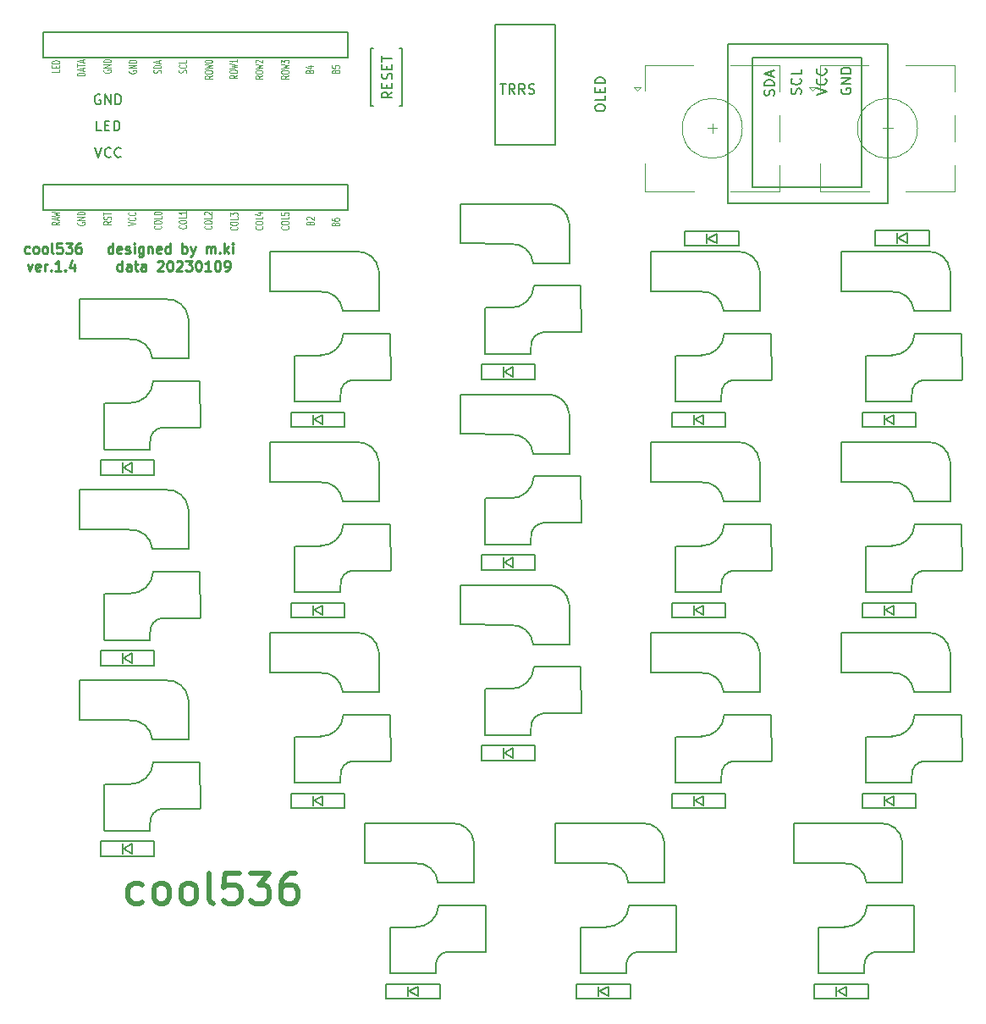
<source format=gto>
G04 #@! TF.GenerationSoftware,KiCad,Pcbnew,(5.1.6-0-10_14)*
G04 #@! TF.CreationDate,2023-01-09T17:34:33+09:00*
G04 #@! TF.ProjectId,cool536v130,636f6f6c-3533-4367-9631-33302e6b6963,rev?*
G04 #@! TF.SameCoordinates,Original*
G04 #@! TF.FileFunction,Legend,Top*
G04 #@! TF.FilePolarity,Positive*
%FSLAX46Y46*%
G04 Gerber Fmt 4.6, Leading zero omitted, Abs format (unit mm)*
G04 Created by KiCad (PCBNEW (5.1.6-0-10_14)) date 2023-01-09 17:34:33*
%MOMM*%
%LPD*%
G01*
G04 APERTURE LIST*
%ADD10C,0.150000*%
%ADD11C,0.500000*%
%ADD12C,0.250000*%
%ADD13C,0.120000*%
%ADD14C,0.125000*%
G04 APERTURE END LIST*
D10*
X120980000Y-40431904D02*
X120932380Y-40527142D01*
X120932380Y-40670000D01*
X120980000Y-40812857D01*
X121075238Y-40908095D01*
X121170476Y-40955714D01*
X121360952Y-41003333D01*
X121503809Y-41003333D01*
X121694285Y-40955714D01*
X121789523Y-40908095D01*
X121884761Y-40812857D01*
X121932380Y-40670000D01*
X121932380Y-40574761D01*
X121884761Y-40431904D01*
X121837142Y-40384285D01*
X121503809Y-40384285D01*
X121503809Y-40574761D01*
X121932380Y-39955714D02*
X120932380Y-39955714D01*
X121932380Y-39384285D01*
X120932380Y-39384285D01*
X121932380Y-38908095D02*
X120932380Y-38908095D01*
X120932380Y-38670000D01*
X120980000Y-38527142D01*
X121075238Y-38431904D01*
X121170476Y-38384285D01*
X121360952Y-38336666D01*
X121503809Y-38336666D01*
X121694285Y-38384285D01*
X121789523Y-38431904D01*
X121884761Y-38527142D01*
X121932380Y-38670000D01*
X121932380Y-38908095D01*
X118492380Y-41033333D02*
X119492380Y-40700000D01*
X118492380Y-40366666D01*
X119397142Y-39461904D02*
X119444761Y-39509523D01*
X119492380Y-39652380D01*
X119492380Y-39747619D01*
X119444761Y-39890476D01*
X119349523Y-39985714D01*
X119254285Y-40033333D01*
X119063809Y-40080952D01*
X118920952Y-40080952D01*
X118730476Y-40033333D01*
X118635238Y-39985714D01*
X118540000Y-39890476D01*
X118492380Y-39747619D01*
X118492380Y-39652380D01*
X118540000Y-39509523D01*
X118587619Y-39461904D01*
X119397142Y-38461904D02*
X119444761Y-38509523D01*
X119492380Y-38652380D01*
X119492380Y-38747619D01*
X119444761Y-38890476D01*
X119349523Y-38985714D01*
X119254285Y-39033333D01*
X119063809Y-39080952D01*
X118920952Y-39080952D01*
X118730476Y-39033333D01*
X118635238Y-38985714D01*
X118540000Y-38890476D01*
X118492380Y-38747619D01*
X118492380Y-38652380D01*
X118540000Y-38509523D01*
X118587619Y-38461904D01*
X116904761Y-40990476D02*
X116952380Y-40847619D01*
X116952380Y-40609523D01*
X116904761Y-40514285D01*
X116857142Y-40466666D01*
X116761904Y-40419047D01*
X116666666Y-40419047D01*
X116571428Y-40466666D01*
X116523809Y-40514285D01*
X116476190Y-40609523D01*
X116428571Y-40800000D01*
X116380952Y-40895238D01*
X116333333Y-40942857D01*
X116238095Y-40990476D01*
X116142857Y-40990476D01*
X116047619Y-40942857D01*
X116000000Y-40895238D01*
X115952380Y-40800000D01*
X115952380Y-40561904D01*
X116000000Y-40419047D01*
X116857142Y-39419047D02*
X116904761Y-39466666D01*
X116952380Y-39609523D01*
X116952380Y-39704761D01*
X116904761Y-39847619D01*
X116809523Y-39942857D01*
X116714285Y-39990476D01*
X116523809Y-40038095D01*
X116380952Y-40038095D01*
X116190476Y-39990476D01*
X116095238Y-39942857D01*
X116000000Y-39847619D01*
X115952380Y-39704761D01*
X115952380Y-39609523D01*
X116000000Y-39466666D01*
X116047619Y-39419047D01*
X116952380Y-38514285D02*
X116952380Y-38990476D01*
X115952380Y-38990476D01*
X114214761Y-41144285D02*
X114262380Y-41001428D01*
X114262380Y-40763333D01*
X114214761Y-40668095D01*
X114167142Y-40620476D01*
X114071904Y-40572857D01*
X113976666Y-40572857D01*
X113881428Y-40620476D01*
X113833809Y-40668095D01*
X113786190Y-40763333D01*
X113738571Y-40953809D01*
X113690952Y-41049047D01*
X113643333Y-41096666D01*
X113548095Y-41144285D01*
X113452857Y-41144285D01*
X113357619Y-41096666D01*
X113310000Y-41049047D01*
X113262380Y-40953809D01*
X113262380Y-40715714D01*
X113310000Y-40572857D01*
X114262380Y-40144285D02*
X113262380Y-40144285D01*
X113262380Y-39906190D01*
X113310000Y-39763333D01*
X113405238Y-39668095D01*
X113500476Y-39620476D01*
X113690952Y-39572857D01*
X113833809Y-39572857D01*
X114024285Y-39620476D01*
X114119523Y-39668095D01*
X114214761Y-39763333D01*
X114262380Y-39906190D01*
X114262380Y-40144285D01*
X113976666Y-39191904D02*
X113976666Y-38715714D01*
X114262380Y-39287142D02*
X113262380Y-38953809D01*
X114262380Y-38620476D01*
D11*
X51038571Y-121754285D02*
X50752857Y-121897142D01*
X50181428Y-121897142D01*
X49895714Y-121754285D01*
X49752857Y-121611428D01*
X49610000Y-121325714D01*
X49610000Y-120468571D01*
X49752857Y-120182857D01*
X49895714Y-120040000D01*
X50181428Y-119897142D01*
X50752857Y-119897142D01*
X51038571Y-120040000D01*
X52752857Y-121897142D02*
X52467142Y-121754285D01*
X52324285Y-121611428D01*
X52181428Y-121325714D01*
X52181428Y-120468571D01*
X52324285Y-120182857D01*
X52467142Y-120040000D01*
X52752857Y-119897142D01*
X53181428Y-119897142D01*
X53467142Y-120040000D01*
X53610000Y-120182857D01*
X53752857Y-120468571D01*
X53752857Y-121325714D01*
X53610000Y-121611428D01*
X53467142Y-121754285D01*
X53181428Y-121897142D01*
X52752857Y-121897142D01*
X55467142Y-121897142D02*
X55181428Y-121754285D01*
X55038571Y-121611428D01*
X54895714Y-121325714D01*
X54895714Y-120468571D01*
X55038571Y-120182857D01*
X55181428Y-120040000D01*
X55467142Y-119897142D01*
X55895714Y-119897142D01*
X56181428Y-120040000D01*
X56324285Y-120182857D01*
X56467142Y-120468571D01*
X56467142Y-121325714D01*
X56324285Y-121611428D01*
X56181428Y-121754285D01*
X55895714Y-121897142D01*
X55467142Y-121897142D01*
X58181428Y-121897142D02*
X57895714Y-121754285D01*
X57752857Y-121468571D01*
X57752857Y-118897142D01*
X60752857Y-118897142D02*
X59324285Y-118897142D01*
X59181428Y-120325714D01*
X59324285Y-120182857D01*
X59610000Y-120040000D01*
X60324285Y-120040000D01*
X60610000Y-120182857D01*
X60752857Y-120325714D01*
X60895714Y-120611428D01*
X60895714Y-121325714D01*
X60752857Y-121611428D01*
X60610000Y-121754285D01*
X60324285Y-121897142D01*
X59610000Y-121897142D01*
X59324285Y-121754285D01*
X59181428Y-121611428D01*
X61895714Y-118897142D02*
X63752857Y-118897142D01*
X62752857Y-120040000D01*
X63181428Y-120040000D01*
X63467142Y-120182857D01*
X63610000Y-120325714D01*
X63752857Y-120611428D01*
X63752857Y-121325714D01*
X63610000Y-121611428D01*
X63467142Y-121754285D01*
X63181428Y-121897142D01*
X62324285Y-121897142D01*
X62038571Y-121754285D01*
X61895714Y-121611428D01*
X66324285Y-118897142D02*
X65752857Y-118897142D01*
X65467142Y-119040000D01*
X65324285Y-119182857D01*
X65038571Y-119611428D01*
X64895714Y-120182857D01*
X64895714Y-121325714D01*
X65038571Y-121611428D01*
X65181428Y-121754285D01*
X65467142Y-121897142D01*
X66038571Y-121897142D01*
X66324285Y-121754285D01*
X66467142Y-121611428D01*
X66610000Y-121325714D01*
X66610000Y-120611428D01*
X66467142Y-120325714D01*
X66324285Y-120182857D01*
X66038571Y-120040000D01*
X65467142Y-120040000D01*
X65181428Y-120182857D01*
X65038571Y-120325714D01*
X64895714Y-120611428D01*
D12*
X39757619Y-56859761D02*
X39662380Y-56907380D01*
X39471904Y-56907380D01*
X39376666Y-56859761D01*
X39329047Y-56812142D01*
X39281428Y-56716904D01*
X39281428Y-56431190D01*
X39329047Y-56335952D01*
X39376666Y-56288333D01*
X39471904Y-56240714D01*
X39662380Y-56240714D01*
X39757619Y-56288333D01*
X40329047Y-56907380D02*
X40233809Y-56859761D01*
X40186190Y-56812142D01*
X40138571Y-56716904D01*
X40138571Y-56431190D01*
X40186190Y-56335952D01*
X40233809Y-56288333D01*
X40329047Y-56240714D01*
X40471904Y-56240714D01*
X40567142Y-56288333D01*
X40614761Y-56335952D01*
X40662380Y-56431190D01*
X40662380Y-56716904D01*
X40614761Y-56812142D01*
X40567142Y-56859761D01*
X40471904Y-56907380D01*
X40329047Y-56907380D01*
X41233809Y-56907380D02*
X41138571Y-56859761D01*
X41090952Y-56812142D01*
X41043333Y-56716904D01*
X41043333Y-56431190D01*
X41090952Y-56335952D01*
X41138571Y-56288333D01*
X41233809Y-56240714D01*
X41376666Y-56240714D01*
X41471904Y-56288333D01*
X41519523Y-56335952D01*
X41567142Y-56431190D01*
X41567142Y-56716904D01*
X41519523Y-56812142D01*
X41471904Y-56859761D01*
X41376666Y-56907380D01*
X41233809Y-56907380D01*
X42138571Y-56907380D02*
X42043333Y-56859761D01*
X41995714Y-56764523D01*
X41995714Y-55907380D01*
X42995714Y-55907380D02*
X42519523Y-55907380D01*
X42471904Y-56383571D01*
X42519523Y-56335952D01*
X42614761Y-56288333D01*
X42852857Y-56288333D01*
X42948095Y-56335952D01*
X42995714Y-56383571D01*
X43043333Y-56478809D01*
X43043333Y-56716904D01*
X42995714Y-56812142D01*
X42948095Y-56859761D01*
X42852857Y-56907380D01*
X42614761Y-56907380D01*
X42519523Y-56859761D01*
X42471904Y-56812142D01*
X43376666Y-55907380D02*
X43995714Y-55907380D01*
X43662380Y-56288333D01*
X43805238Y-56288333D01*
X43900476Y-56335952D01*
X43948095Y-56383571D01*
X43995714Y-56478809D01*
X43995714Y-56716904D01*
X43948095Y-56812142D01*
X43900476Y-56859761D01*
X43805238Y-56907380D01*
X43519523Y-56907380D01*
X43424285Y-56859761D01*
X43376666Y-56812142D01*
X44852857Y-55907380D02*
X44662380Y-55907380D01*
X44567142Y-55955000D01*
X44519523Y-56002619D01*
X44424285Y-56145476D01*
X44376666Y-56335952D01*
X44376666Y-56716904D01*
X44424285Y-56812142D01*
X44471904Y-56859761D01*
X44567142Y-56907380D01*
X44757619Y-56907380D01*
X44852857Y-56859761D01*
X44900476Y-56812142D01*
X44948095Y-56716904D01*
X44948095Y-56478809D01*
X44900476Y-56383571D01*
X44852857Y-56335952D01*
X44757619Y-56288333D01*
X44567142Y-56288333D01*
X44471904Y-56335952D01*
X44424285Y-56383571D01*
X44376666Y-56478809D01*
X48090952Y-56907380D02*
X48090952Y-55907380D01*
X48090952Y-56859761D02*
X47995714Y-56907380D01*
X47805238Y-56907380D01*
X47710000Y-56859761D01*
X47662380Y-56812142D01*
X47614761Y-56716904D01*
X47614761Y-56431190D01*
X47662380Y-56335952D01*
X47710000Y-56288333D01*
X47805238Y-56240714D01*
X47995714Y-56240714D01*
X48090952Y-56288333D01*
X48948095Y-56859761D02*
X48852857Y-56907380D01*
X48662380Y-56907380D01*
X48567142Y-56859761D01*
X48519523Y-56764523D01*
X48519523Y-56383571D01*
X48567142Y-56288333D01*
X48662380Y-56240714D01*
X48852857Y-56240714D01*
X48948095Y-56288333D01*
X48995714Y-56383571D01*
X48995714Y-56478809D01*
X48519523Y-56574047D01*
X49376666Y-56859761D02*
X49471904Y-56907380D01*
X49662380Y-56907380D01*
X49757619Y-56859761D01*
X49805238Y-56764523D01*
X49805238Y-56716904D01*
X49757619Y-56621666D01*
X49662380Y-56574047D01*
X49519523Y-56574047D01*
X49424285Y-56526428D01*
X49376666Y-56431190D01*
X49376666Y-56383571D01*
X49424285Y-56288333D01*
X49519523Y-56240714D01*
X49662380Y-56240714D01*
X49757619Y-56288333D01*
X50233809Y-56907380D02*
X50233809Y-56240714D01*
X50233809Y-55907380D02*
X50186190Y-55955000D01*
X50233809Y-56002619D01*
X50281428Y-55955000D01*
X50233809Y-55907380D01*
X50233809Y-56002619D01*
X51138571Y-56240714D02*
X51138571Y-57050238D01*
X51090952Y-57145476D01*
X51043333Y-57193095D01*
X50948095Y-57240714D01*
X50805238Y-57240714D01*
X50710000Y-57193095D01*
X51138571Y-56859761D02*
X51043333Y-56907380D01*
X50852857Y-56907380D01*
X50757619Y-56859761D01*
X50710000Y-56812142D01*
X50662380Y-56716904D01*
X50662380Y-56431190D01*
X50710000Y-56335952D01*
X50757619Y-56288333D01*
X50852857Y-56240714D01*
X51043333Y-56240714D01*
X51138571Y-56288333D01*
X51614761Y-56240714D02*
X51614761Y-56907380D01*
X51614761Y-56335952D02*
X51662380Y-56288333D01*
X51757619Y-56240714D01*
X51900476Y-56240714D01*
X51995714Y-56288333D01*
X52043333Y-56383571D01*
X52043333Y-56907380D01*
X52900476Y-56859761D02*
X52805238Y-56907380D01*
X52614761Y-56907380D01*
X52519523Y-56859761D01*
X52471904Y-56764523D01*
X52471904Y-56383571D01*
X52519523Y-56288333D01*
X52614761Y-56240714D01*
X52805238Y-56240714D01*
X52900476Y-56288333D01*
X52948095Y-56383571D01*
X52948095Y-56478809D01*
X52471904Y-56574047D01*
X53805238Y-56907380D02*
X53805238Y-55907380D01*
X53805238Y-56859761D02*
X53710000Y-56907380D01*
X53519523Y-56907380D01*
X53424285Y-56859761D01*
X53376666Y-56812142D01*
X53329047Y-56716904D01*
X53329047Y-56431190D01*
X53376666Y-56335952D01*
X53424285Y-56288333D01*
X53519523Y-56240714D01*
X53710000Y-56240714D01*
X53805238Y-56288333D01*
X55043333Y-56907380D02*
X55043333Y-55907380D01*
X55043333Y-56288333D02*
X55138571Y-56240714D01*
X55329047Y-56240714D01*
X55424285Y-56288333D01*
X55471904Y-56335952D01*
X55519523Y-56431190D01*
X55519523Y-56716904D01*
X55471904Y-56812142D01*
X55424285Y-56859761D01*
X55329047Y-56907380D01*
X55138571Y-56907380D01*
X55043333Y-56859761D01*
X55852857Y-56240714D02*
X56090952Y-56907380D01*
X56329047Y-56240714D02*
X56090952Y-56907380D01*
X55995714Y-57145476D01*
X55948095Y-57193095D01*
X55852857Y-57240714D01*
X57471904Y-56907380D02*
X57471904Y-56240714D01*
X57471904Y-56335952D02*
X57519523Y-56288333D01*
X57614761Y-56240714D01*
X57757619Y-56240714D01*
X57852857Y-56288333D01*
X57900476Y-56383571D01*
X57900476Y-56907380D01*
X57900476Y-56383571D02*
X57948095Y-56288333D01*
X58043333Y-56240714D01*
X58186190Y-56240714D01*
X58281428Y-56288333D01*
X58329047Y-56383571D01*
X58329047Y-56907380D01*
X58805238Y-56812142D02*
X58852857Y-56859761D01*
X58805238Y-56907380D01*
X58757619Y-56859761D01*
X58805238Y-56812142D01*
X58805238Y-56907380D01*
X59281428Y-56907380D02*
X59281428Y-55907380D01*
X59376666Y-56526428D02*
X59662380Y-56907380D01*
X59662380Y-56240714D02*
X59281428Y-56621666D01*
X60090952Y-56907380D02*
X60090952Y-56240714D01*
X60090952Y-55907380D02*
X60043333Y-55955000D01*
X60090952Y-56002619D01*
X60138571Y-55955000D01*
X60090952Y-55907380D01*
X60090952Y-56002619D01*
X39567142Y-57990714D02*
X39805238Y-58657380D01*
X40043333Y-57990714D01*
X40805238Y-58609761D02*
X40710000Y-58657380D01*
X40519523Y-58657380D01*
X40424285Y-58609761D01*
X40376666Y-58514523D01*
X40376666Y-58133571D01*
X40424285Y-58038333D01*
X40519523Y-57990714D01*
X40710000Y-57990714D01*
X40805238Y-58038333D01*
X40852857Y-58133571D01*
X40852857Y-58228809D01*
X40376666Y-58324047D01*
X41281428Y-58657380D02*
X41281428Y-57990714D01*
X41281428Y-58181190D02*
X41329047Y-58085952D01*
X41376666Y-58038333D01*
X41471904Y-57990714D01*
X41567142Y-57990714D01*
X41900476Y-58562142D02*
X41948095Y-58609761D01*
X41900476Y-58657380D01*
X41852857Y-58609761D01*
X41900476Y-58562142D01*
X41900476Y-58657380D01*
X42900476Y-58657380D02*
X42329047Y-58657380D01*
X42614761Y-58657380D02*
X42614761Y-57657380D01*
X42519523Y-57800238D01*
X42424285Y-57895476D01*
X42329047Y-57943095D01*
X43329047Y-58562142D02*
X43376666Y-58609761D01*
X43329047Y-58657380D01*
X43281428Y-58609761D01*
X43329047Y-58562142D01*
X43329047Y-58657380D01*
X44233809Y-57990714D02*
X44233809Y-58657380D01*
X43995714Y-57609761D02*
X43757619Y-58324047D01*
X44376666Y-58324047D01*
X48995714Y-58657380D02*
X48995714Y-57657380D01*
X48995714Y-58609761D02*
X48900476Y-58657380D01*
X48710000Y-58657380D01*
X48614761Y-58609761D01*
X48567142Y-58562142D01*
X48519523Y-58466904D01*
X48519523Y-58181190D01*
X48567142Y-58085952D01*
X48614761Y-58038333D01*
X48710000Y-57990714D01*
X48900476Y-57990714D01*
X48995714Y-58038333D01*
X49900476Y-58657380D02*
X49900476Y-58133571D01*
X49852857Y-58038333D01*
X49757619Y-57990714D01*
X49567142Y-57990714D01*
X49471904Y-58038333D01*
X49900476Y-58609761D02*
X49805238Y-58657380D01*
X49567142Y-58657380D01*
X49471904Y-58609761D01*
X49424285Y-58514523D01*
X49424285Y-58419285D01*
X49471904Y-58324047D01*
X49567142Y-58276428D01*
X49805238Y-58276428D01*
X49900476Y-58228809D01*
X50233809Y-57990714D02*
X50614761Y-57990714D01*
X50376666Y-57657380D02*
X50376666Y-58514523D01*
X50424285Y-58609761D01*
X50519523Y-58657380D01*
X50614761Y-58657380D01*
X51376666Y-58657380D02*
X51376666Y-58133571D01*
X51329047Y-58038333D01*
X51233809Y-57990714D01*
X51043333Y-57990714D01*
X50948095Y-58038333D01*
X51376666Y-58609761D02*
X51281428Y-58657380D01*
X51043333Y-58657380D01*
X50948095Y-58609761D01*
X50900476Y-58514523D01*
X50900476Y-58419285D01*
X50948095Y-58324047D01*
X51043333Y-58276428D01*
X51281428Y-58276428D01*
X51376666Y-58228809D01*
X52567142Y-57752619D02*
X52614761Y-57705000D01*
X52710000Y-57657380D01*
X52948095Y-57657380D01*
X53043333Y-57705000D01*
X53090952Y-57752619D01*
X53138571Y-57847857D01*
X53138571Y-57943095D01*
X53090952Y-58085952D01*
X52519523Y-58657380D01*
X53138571Y-58657380D01*
X53757619Y-57657380D02*
X53852857Y-57657380D01*
X53948095Y-57705000D01*
X53995714Y-57752619D01*
X54043333Y-57847857D01*
X54090952Y-58038333D01*
X54090952Y-58276428D01*
X54043333Y-58466904D01*
X53995714Y-58562142D01*
X53948095Y-58609761D01*
X53852857Y-58657380D01*
X53757619Y-58657380D01*
X53662380Y-58609761D01*
X53614761Y-58562142D01*
X53567142Y-58466904D01*
X53519523Y-58276428D01*
X53519523Y-58038333D01*
X53567142Y-57847857D01*
X53614761Y-57752619D01*
X53662380Y-57705000D01*
X53757619Y-57657380D01*
X54471904Y-57752619D02*
X54519523Y-57705000D01*
X54614761Y-57657380D01*
X54852857Y-57657380D01*
X54948095Y-57705000D01*
X54995714Y-57752619D01*
X55043333Y-57847857D01*
X55043333Y-57943095D01*
X54995714Y-58085952D01*
X54424285Y-58657380D01*
X55043333Y-58657380D01*
X55376666Y-57657380D02*
X55995714Y-57657380D01*
X55662380Y-58038333D01*
X55805238Y-58038333D01*
X55900476Y-58085952D01*
X55948095Y-58133571D01*
X55995714Y-58228809D01*
X55995714Y-58466904D01*
X55948095Y-58562142D01*
X55900476Y-58609761D01*
X55805238Y-58657380D01*
X55519523Y-58657380D01*
X55424285Y-58609761D01*
X55376666Y-58562142D01*
X56614761Y-57657380D02*
X56710000Y-57657380D01*
X56805238Y-57705000D01*
X56852857Y-57752619D01*
X56900476Y-57847857D01*
X56948095Y-58038333D01*
X56948095Y-58276428D01*
X56900476Y-58466904D01*
X56852857Y-58562142D01*
X56805238Y-58609761D01*
X56710000Y-58657380D01*
X56614761Y-58657380D01*
X56519523Y-58609761D01*
X56471904Y-58562142D01*
X56424285Y-58466904D01*
X56376666Y-58276428D01*
X56376666Y-58038333D01*
X56424285Y-57847857D01*
X56471904Y-57752619D01*
X56519523Y-57705000D01*
X56614761Y-57657380D01*
X57900476Y-58657380D02*
X57329047Y-58657380D01*
X57614761Y-58657380D02*
X57614761Y-57657380D01*
X57519523Y-57800238D01*
X57424285Y-57895476D01*
X57329047Y-57943095D01*
X58519523Y-57657380D02*
X58614761Y-57657380D01*
X58710000Y-57705000D01*
X58757619Y-57752619D01*
X58805238Y-57847857D01*
X58852857Y-58038333D01*
X58852857Y-58276428D01*
X58805238Y-58466904D01*
X58757619Y-58562142D01*
X58710000Y-58609761D01*
X58614761Y-58657380D01*
X58519523Y-58657380D01*
X58424285Y-58609761D01*
X58376666Y-58562142D01*
X58329047Y-58466904D01*
X58281428Y-58276428D01*
X58281428Y-58038333D01*
X58329047Y-57847857D01*
X58376666Y-57752619D01*
X58424285Y-57705000D01*
X58519523Y-57657380D01*
X59329047Y-58657380D02*
X59519523Y-58657380D01*
X59614761Y-58609761D01*
X59662380Y-58562142D01*
X59757619Y-58419285D01*
X59805238Y-58228809D01*
X59805238Y-57847857D01*
X59757619Y-57752619D01*
X59710000Y-57705000D01*
X59614761Y-57657380D01*
X59424285Y-57657380D01*
X59329047Y-57705000D01*
X59281428Y-57752619D01*
X59233809Y-57847857D01*
X59233809Y-58085952D01*
X59281428Y-58181190D01*
X59329047Y-58228809D01*
X59424285Y-58276428D01*
X59614761Y-58276428D01*
X59710000Y-58228809D01*
X59757619Y-58181190D01*
X59805238Y-58085952D01*
D10*
X89930000Y-104370000D02*
X89930000Y-105070000D01*
X94925000Y-98270000D02*
X94950000Y-102870000D01*
X85350000Y-100470000D02*
X85350000Y-105070000D01*
X91150000Y-102895000D02*
X94925000Y-102895000D01*
X90225000Y-98245000D02*
X94925000Y-98245000D01*
X85375000Y-100445000D02*
X87925000Y-100445000D01*
X85375000Y-105095000D02*
X89925000Y-105095000D01*
X82850000Y-94020000D02*
X87900000Y-94066000D01*
X82850000Y-93974000D02*
X82850000Y-90066000D01*
X82850000Y-90066000D02*
X91475000Y-90066000D01*
X93750000Y-92020000D02*
X93750000Y-95965000D01*
X93750000Y-95974000D02*
X90140000Y-95974000D01*
X89930000Y-104320000D02*
G75*
G02*
X91150000Y-102900000I1320000J100000D01*
G01*
X90220000Y-98270000D02*
G75*
G02*
X87850000Y-100440000I-2270000J100000D01*
G01*
X90135000Y-95950000D02*
G75*
G03*
X87875000Y-94070000I-2070000J-190000D01*
G01*
X93739000Y-91950000D02*
G75*
G03*
X91475000Y-90066000I-2074000J-190000D01*
G01*
X55650000Y-86449000D02*
X52040000Y-86449000D01*
X55650000Y-82495000D02*
X55650000Y-86440000D01*
X44750000Y-80541000D02*
X53375000Y-80541000D01*
X44750000Y-84449000D02*
X44750000Y-80541000D01*
X44750000Y-84495000D02*
X49800000Y-84541000D01*
X47275000Y-95570000D02*
X51825000Y-95570000D01*
X47275000Y-90920000D02*
X49825000Y-90920000D01*
X52125000Y-88720000D02*
X56825000Y-88720000D01*
X53050000Y-93370000D02*
X56825000Y-93370000D01*
X47250000Y-90945000D02*
X47250000Y-95545000D01*
X56825000Y-88745000D02*
X56850000Y-93345000D01*
X51830000Y-94845000D02*
X51830000Y-95545000D01*
X55639000Y-82425000D02*
G75*
G03*
X53375000Y-80541000I-2074000J-190000D01*
G01*
X52035000Y-86425000D02*
G75*
G03*
X49775000Y-84545000I-2070000J-190000D01*
G01*
X52120000Y-88745000D02*
G75*
G02*
X49750000Y-90915000I-2270000J100000D01*
G01*
X51830000Y-94795000D02*
G75*
G02*
X53050000Y-93375000I1320000J100000D01*
G01*
X103275000Y-119786500D02*
X99665000Y-119786500D01*
X103275000Y-115832500D02*
X103275000Y-119777500D01*
X92375000Y-113878500D02*
X101000000Y-113878500D01*
X92375000Y-117786500D02*
X92375000Y-113878500D01*
X92375000Y-117832500D02*
X97425000Y-117878500D01*
X94900000Y-128907500D02*
X99450000Y-128907500D01*
X94900000Y-124257500D02*
X97450000Y-124257500D01*
X99750000Y-122057500D02*
X104450000Y-122057500D01*
X100675000Y-126707500D02*
X104450000Y-126707500D01*
X94875000Y-124282500D02*
X94875000Y-128882500D01*
X104450000Y-122082500D02*
X104475000Y-126682500D01*
X99455000Y-128182500D02*
X99455000Y-128882500D01*
X103264000Y-115762500D02*
G75*
G03*
X101000000Y-113878500I-2074000J-190000D01*
G01*
X99660000Y-119762500D02*
G75*
G03*
X97400000Y-117882500I-2070000J-190000D01*
G01*
X99745000Y-122082500D02*
G75*
G02*
X97375000Y-124252500I-2270000J100000D01*
G01*
X99455000Y-128132500D02*
G75*
G02*
X100675000Y-126712500I1320000J100000D01*
G01*
X77060000Y-42140000D02*
X76810000Y-42140000D01*
X77060000Y-36440000D02*
X77060000Y-42140000D01*
X77060000Y-36440000D02*
X76810000Y-36440000D01*
X73860000Y-36440000D02*
X74110000Y-36440000D01*
X73860000Y-42140000D02*
X74110000Y-42140000D01*
X73860000Y-36440000D02*
X73860000Y-42140000D01*
X70880000Y-90082500D02*
X70880000Y-90782500D01*
X75875000Y-83982500D02*
X75900000Y-88582500D01*
X66300000Y-86182500D02*
X66300000Y-90782500D01*
X72100000Y-88607500D02*
X75875000Y-88607500D01*
X71175000Y-83957500D02*
X75875000Y-83957500D01*
X66325000Y-86157500D02*
X68875000Y-86157500D01*
X66325000Y-90807500D02*
X70875000Y-90807500D01*
X63800000Y-79732500D02*
X68850000Y-79778500D01*
X63800000Y-79686500D02*
X63800000Y-75778500D01*
X63800000Y-75778500D02*
X72425000Y-75778500D01*
X74700000Y-77732500D02*
X74700000Y-81677500D01*
X74700000Y-81686500D02*
X71090000Y-81686500D01*
X70880000Y-90032500D02*
G75*
G02*
X72100000Y-88612500I1320000J100000D01*
G01*
X71170000Y-83982500D02*
G75*
G02*
X68800000Y-86152500I-2270000J100000D01*
G01*
X71085000Y-81662500D02*
G75*
G03*
X68825000Y-79782500I-2070000J-190000D01*
G01*
X74689000Y-77662500D02*
G75*
G03*
X72425000Y-75778500I-2074000J-190000D01*
G01*
X71300000Y-72782499D02*
X71300000Y-74282499D01*
X65900000Y-72782499D02*
X71300000Y-72782499D01*
X65900000Y-74282499D02*
X65900000Y-72782499D01*
X71300000Y-74282499D02*
X65900000Y-74282499D01*
X68100000Y-74032499D02*
X68100000Y-73032499D01*
X69100000Y-73032499D02*
X68200000Y-73532499D01*
X69100000Y-74032499D02*
X69100000Y-73032499D01*
X68200000Y-73532499D02*
X69100000Y-74032499D01*
X123688000Y-129932500D02*
X123688000Y-131432500D01*
X118288000Y-129932500D02*
X123688000Y-129932500D01*
X118288000Y-131432500D02*
X118288000Y-129932500D01*
X123688000Y-131432500D02*
X118288000Y-131432500D01*
X120488000Y-131182500D02*
X120488000Y-130182500D01*
X121488000Y-130182500D02*
X120588000Y-130682500D01*
X121488000Y-131182500D02*
X121488000Y-130182500D01*
X120588000Y-130682500D02*
X121488000Y-131182500D01*
X110720000Y-56170000D02*
X110720000Y-54670000D01*
X105320000Y-56170000D02*
X110720000Y-56170000D01*
X105320000Y-54670000D02*
X105320000Y-56170000D01*
X110720000Y-54670000D02*
X105320000Y-54670000D01*
X107520000Y-54920000D02*
X107520000Y-55920000D01*
X108520000Y-55920000D02*
X107620000Y-55420000D01*
X108520000Y-54920000D02*
X108520000Y-55920000D01*
X107620000Y-55420000D02*
X108520000Y-54920000D01*
X128450000Y-72782499D02*
X128450000Y-74282499D01*
X123050000Y-72782499D02*
X128450000Y-72782499D01*
X123050000Y-74282499D02*
X123050000Y-72782499D01*
X128450000Y-74282499D02*
X123050000Y-74282499D01*
X125250000Y-74032499D02*
X125250000Y-73032499D01*
X126250000Y-73032499D02*
X125350000Y-73532499D01*
X126250000Y-74032499D02*
X126250000Y-73032499D01*
X125350000Y-73532499D02*
X126250000Y-74032499D01*
X86350000Y-46070000D02*
X86350000Y-34070000D01*
X92350000Y-46070000D02*
X86350000Y-46070000D01*
X92350000Y-34070000D02*
X92350000Y-46070000D01*
X86350000Y-34070000D02*
X92350000Y-34070000D01*
X74700000Y-100736500D02*
X71090000Y-100736500D01*
X74700000Y-96782500D02*
X74700000Y-100727500D01*
X63800000Y-94828500D02*
X72425000Y-94828500D01*
X63800000Y-98736500D02*
X63800000Y-94828500D01*
X63800000Y-98782500D02*
X68850000Y-98828500D01*
X66325000Y-109857500D02*
X70875000Y-109857500D01*
X66325000Y-105207500D02*
X68875000Y-105207500D01*
X71175000Y-103007500D02*
X75875000Y-103007500D01*
X72100000Y-107657500D02*
X75875000Y-107657500D01*
X66300000Y-105232500D02*
X66300000Y-109832500D01*
X75875000Y-103032500D02*
X75900000Y-107632500D01*
X70880000Y-109132500D02*
X70880000Y-109832500D01*
X74689000Y-96712500D02*
G75*
G03*
X72425000Y-94828500I-2074000J-190000D01*
G01*
X71085000Y-100712500D02*
G75*
G03*
X68825000Y-98832500I-2070000J-190000D01*
G01*
X71170000Y-103032500D02*
G75*
G02*
X68800000Y-105202500I-2270000J100000D01*
G01*
X70880000Y-109082500D02*
G75*
G02*
X72100000Y-107662500I1320000J100000D01*
G01*
X108980000Y-109132500D02*
X108980000Y-109832500D01*
X113975000Y-103032500D02*
X114000000Y-107632500D01*
X104400000Y-105232500D02*
X104400000Y-109832500D01*
X110200000Y-107657500D02*
X113975000Y-107657500D01*
X109275000Y-103007500D02*
X113975000Y-103007500D01*
X104425000Y-105207500D02*
X106975000Y-105207500D01*
X104425000Y-109857500D02*
X108975000Y-109857500D01*
X101900000Y-98782500D02*
X106950000Y-98828500D01*
X101900000Y-98736500D02*
X101900000Y-94828500D01*
X101900000Y-94828500D02*
X110525000Y-94828500D01*
X112800000Y-96782500D02*
X112800000Y-100727500D01*
X112800000Y-100736500D02*
X109190000Y-100736500D01*
X108980000Y-109082500D02*
G75*
G02*
X110200000Y-107662500I1320000J100000D01*
G01*
X109270000Y-103032500D02*
G75*
G02*
X106900000Y-105202500I-2270000J100000D01*
G01*
X109185000Y-100712500D02*
G75*
G03*
X106925000Y-98832500I-2070000J-190000D01*
G01*
X112789000Y-96712500D02*
G75*
G03*
X110525000Y-94828500I-2074000J-190000D01*
G01*
X41152000Y-52543600D02*
X41152000Y-50003600D01*
X41152000Y-50003600D02*
X71632000Y-50003600D01*
X71632000Y-50003600D02*
X71632000Y-52543600D01*
X71632000Y-52543600D02*
X41152000Y-52543600D01*
X41152000Y-37323600D02*
X41152000Y-34783600D01*
X41152000Y-34783600D02*
X71632000Y-34783600D01*
X71632000Y-34783600D02*
X71632000Y-37323600D01*
X71632000Y-37323600D02*
X41152000Y-37323600D01*
X52250000Y-77545000D02*
X52250000Y-79045000D01*
X46850000Y-77545000D02*
X52250000Y-77545000D01*
X46850000Y-79045000D02*
X46850000Y-77545000D01*
X52250000Y-79045000D02*
X46850000Y-79045000D01*
X49050000Y-78795000D02*
X49050000Y-77795000D01*
X50050000Y-77795000D02*
X49150000Y-78295000D01*
X50050000Y-78795000D02*
X50050000Y-77795000D01*
X49150000Y-78295000D02*
X50050000Y-78795000D01*
X123268000Y-128182500D02*
X123268000Y-128882500D01*
X128263000Y-122082500D02*
X128288000Y-126682500D01*
X118688000Y-124282500D02*
X118688000Y-128882500D01*
X124488000Y-126707500D02*
X128263000Y-126707500D01*
X123563000Y-122057500D02*
X128263000Y-122057500D01*
X118713000Y-124257500D02*
X121263000Y-124257500D01*
X118713000Y-128907500D02*
X123263000Y-128907500D01*
X116188000Y-117832500D02*
X121238000Y-117878500D01*
X116188000Y-117786500D02*
X116188000Y-113878500D01*
X116188000Y-113878500D02*
X124813000Y-113878500D01*
X127088000Y-115832500D02*
X127088000Y-119777500D01*
X127088000Y-119786500D02*
X123478000Y-119786500D01*
X123268000Y-128132500D02*
G75*
G02*
X124488000Y-126712500I1320000J100000D01*
G01*
X123558000Y-122082500D02*
G75*
G02*
X121188000Y-124252500I-2270000J100000D01*
G01*
X123473000Y-119762500D02*
G75*
G03*
X121213000Y-117882500I-2070000J-190000D01*
G01*
X127077000Y-115762500D02*
G75*
G03*
X124813000Y-113878500I-2074000J-190000D01*
G01*
X128030000Y-71032499D02*
X128030000Y-71732499D01*
X133025000Y-64932499D02*
X133050000Y-69532499D01*
X123450000Y-67132499D02*
X123450000Y-71732499D01*
X129250000Y-69557499D02*
X133025000Y-69557499D01*
X128325000Y-64907499D02*
X133025000Y-64907499D01*
X123475000Y-67107499D02*
X126025000Y-67107499D01*
X123475000Y-71757499D02*
X128025000Y-71757499D01*
X120950000Y-60682499D02*
X126000000Y-60728499D01*
X120950000Y-60636499D02*
X120950000Y-56728499D01*
X120950000Y-56728499D02*
X129575000Y-56728499D01*
X131850000Y-58682499D02*
X131850000Y-62627499D01*
X131850000Y-62636499D02*
X128240000Y-62636499D01*
X128030000Y-70982499D02*
G75*
G02*
X129250000Y-69562499I1320000J100000D01*
G01*
X128320000Y-64932499D02*
G75*
G02*
X125950000Y-67102499I-2270000J100000D01*
G01*
X128235000Y-62612499D02*
G75*
G03*
X125975000Y-60732499I-2070000J-190000D01*
G01*
X131839000Y-58612499D02*
G75*
G03*
X129575000Y-56728499I-2074000J-190000D01*
G01*
D13*
X111060000Y-44410000D02*
G75*
G03*
X111060000Y-44410000I-3000000J0D01*
G01*
X109860000Y-38110000D02*
X114760000Y-38110000D01*
X114760000Y-50710000D02*
X109860000Y-50710000D01*
X106260000Y-50710000D02*
X101360000Y-50710000D01*
X101360000Y-50710000D02*
X101360000Y-47910000D01*
X106160000Y-38110000D02*
X101360000Y-38110000D01*
X101360000Y-38110000D02*
X101360000Y-40610000D01*
X100560000Y-40610000D02*
X100260000Y-40310000D01*
X100260000Y-40310000D02*
X100860000Y-40310000D01*
X100860000Y-40310000D02*
X100560000Y-40610000D01*
X114760000Y-38110000D02*
X114760000Y-40710000D01*
X114760000Y-43110000D02*
X114760000Y-45710000D01*
X114760000Y-48110000D02*
X114760000Y-50710000D01*
X108060000Y-43910000D02*
X108060000Y-44910000D01*
X107560000Y-44410000D02*
X108560000Y-44410000D01*
D10*
X112800000Y-62636499D02*
X109190000Y-62636499D01*
X112800000Y-58682499D02*
X112800000Y-62627499D01*
X101900000Y-56728499D02*
X110525000Y-56728499D01*
X101900000Y-60636499D02*
X101900000Y-56728499D01*
X101900000Y-60682499D02*
X106950000Y-60728499D01*
X104425000Y-71757499D02*
X108975000Y-71757499D01*
X104425000Y-67107499D02*
X106975000Y-67107499D01*
X109275000Y-64907499D02*
X113975000Y-64907499D01*
X110200000Y-69557499D02*
X113975000Y-69557499D01*
X104400000Y-67132499D02*
X104400000Y-71732499D01*
X113975000Y-64932499D02*
X114000000Y-69532499D01*
X108980000Y-71032499D02*
X108980000Y-71732499D01*
X112789000Y-58612499D02*
G75*
G03*
X110525000Y-56728499I-2074000J-190000D01*
G01*
X109185000Y-62612499D02*
G75*
G03*
X106925000Y-60732499I-2070000J-190000D01*
G01*
X109270000Y-64932499D02*
G75*
G02*
X106900000Y-67102499I-2270000J100000D01*
G01*
X108980000Y-70982499D02*
G75*
G02*
X110200000Y-69562499I1320000J100000D01*
G01*
X55650000Y-67399000D02*
X52040000Y-67399000D01*
X55650000Y-63445000D02*
X55650000Y-67390000D01*
X44750000Y-61491000D02*
X53375000Y-61491000D01*
X44750000Y-65399000D02*
X44750000Y-61491000D01*
X44750000Y-65445000D02*
X49800000Y-65491000D01*
X47275000Y-76520000D02*
X51825000Y-76520000D01*
X47275000Y-71870000D02*
X49825000Y-71870000D01*
X52125000Y-69670000D02*
X56825000Y-69670000D01*
X53050000Y-74320000D02*
X56825000Y-74320000D01*
X47250000Y-71895000D02*
X47250000Y-76495000D01*
X56825000Y-69695000D02*
X56850000Y-74295000D01*
X51830000Y-75795000D02*
X51830000Y-76495000D01*
X55639000Y-63375000D02*
G75*
G03*
X53375000Y-61491000I-2074000J-190000D01*
G01*
X52035000Y-67375000D02*
G75*
G03*
X49775000Y-65495000I-2070000J-190000D01*
G01*
X52120000Y-69695000D02*
G75*
G02*
X49750000Y-71865000I-2270000J100000D01*
G01*
X51830000Y-75745000D02*
G75*
G02*
X53050000Y-74325000I1320000J100000D01*
G01*
X99875000Y-129932500D02*
X99875000Y-131432500D01*
X94475000Y-129932500D02*
X99875000Y-129932500D01*
X94475000Y-131432500D02*
X94475000Y-129932500D01*
X99875000Y-131432500D02*
X94475000Y-131432500D01*
X96675000Y-131182500D02*
X96675000Y-130182500D01*
X97675000Y-130182500D02*
X96775000Y-130682500D01*
X97675000Y-131182500D02*
X97675000Y-130182500D01*
X96775000Y-130682500D02*
X97675000Y-131182500D01*
X108980000Y-90082500D02*
X108980000Y-90782500D01*
X113975000Y-83982500D02*
X114000000Y-88582500D01*
X104400000Y-86182500D02*
X104400000Y-90782500D01*
X110200000Y-88607500D02*
X113975000Y-88607500D01*
X109275000Y-83957500D02*
X113975000Y-83957500D01*
X104425000Y-86157500D02*
X106975000Y-86157500D01*
X104425000Y-90807500D02*
X108975000Y-90807500D01*
X101900000Y-79732500D02*
X106950000Y-79778500D01*
X101900000Y-79686500D02*
X101900000Y-75778500D01*
X101900000Y-75778500D02*
X110525000Y-75778500D01*
X112800000Y-77732500D02*
X112800000Y-81677500D01*
X112800000Y-81686500D02*
X109190000Y-81686500D01*
X108980000Y-90032500D02*
G75*
G02*
X110200000Y-88612500I1320000J100000D01*
G01*
X109270000Y-83982500D02*
G75*
G02*
X106900000Y-86152500I-2270000J100000D01*
G01*
X109185000Y-81662500D02*
G75*
G03*
X106925000Y-79782500I-2070000J-190000D01*
G01*
X112789000Y-77662500D02*
G75*
G03*
X110525000Y-75778500I-2074000J-190000D01*
G01*
X90350000Y-87070000D02*
X90350000Y-88570000D01*
X84950000Y-87070000D02*
X90350000Y-87070000D01*
X84950000Y-88570000D02*
X84950000Y-87070000D01*
X90350000Y-88570000D02*
X84950000Y-88570000D01*
X87150000Y-88320000D02*
X87150000Y-87320000D01*
X88150000Y-87320000D02*
X87250000Y-87820000D01*
X88150000Y-88320000D02*
X88150000Y-87320000D01*
X87250000Y-87820000D02*
X88150000Y-88320000D01*
X80825000Y-129932500D02*
X80825000Y-131432500D01*
X75425000Y-129932500D02*
X80825000Y-129932500D01*
X75425000Y-131432500D02*
X75425000Y-129932500D01*
X80825000Y-131432500D02*
X75425000Y-131432500D01*
X77625000Y-131182500D02*
X77625000Y-130182500D01*
X78625000Y-130182500D02*
X77725000Y-130682500D01*
X78625000Y-131182500D02*
X78625000Y-130182500D01*
X77725000Y-130682500D02*
X78625000Y-131182500D01*
X74700000Y-62636499D02*
X71090000Y-62636499D01*
X74700000Y-58682499D02*
X74700000Y-62627499D01*
X63800000Y-56728499D02*
X72425000Y-56728499D01*
X63800000Y-60636499D02*
X63800000Y-56728499D01*
X63800000Y-60682499D02*
X68850000Y-60728499D01*
X66325000Y-71757499D02*
X70875000Y-71757499D01*
X66325000Y-67107499D02*
X68875000Y-67107499D01*
X71175000Y-64907499D02*
X75875000Y-64907499D01*
X72100000Y-69557499D02*
X75875000Y-69557499D01*
X66300000Y-67132499D02*
X66300000Y-71732499D01*
X75875000Y-64932499D02*
X75900000Y-69532499D01*
X70880000Y-71032499D02*
X70880000Y-71732499D01*
X74689000Y-58612499D02*
G75*
G03*
X72425000Y-56728499I-2074000J-190000D01*
G01*
X71085000Y-62612499D02*
G75*
G03*
X68825000Y-60732499I-2070000J-190000D01*
G01*
X71170000Y-64932499D02*
G75*
G02*
X68800000Y-67102499I-2270000J100000D01*
G01*
X70880000Y-70982499D02*
G75*
G02*
X72100000Y-69562499I1320000J100000D01*
G01*
X51830000Y-113895000D02*
X51830000Y-114595000D01*
X56825000Y-107795000D02*
X56850000Y-112395000D01*
X47250000Y-109995000D02*
X47250000Y-114595000D01*
X53050000Y-112420000D02*
X56825000Y-112420000D01*
X52125000Y-107770000D02*
X56825000Y-107770000D01*
X47275000Y-109970000D02*
X49825000Y-109970000D01*
X47275000Y-114620000D02*
X51825000Y-114620000D01*
X44750000Y-103545000D02*
X49800000Y-103591000D01*
X44750000Y-103499000D02*
X44750000Y-99591000D01*
X44750000Y-99591000D02*
X53375000Y-99591000D01*
X55650000Y-101545000D02*
X55650000Y-105490000D01*
X55650000Y-105499000D02*
X52040000Y-105499000D01*
X51830000Y-113845000D02*
G75*
G02*
X53050000Y-112425000I1320000J100000D01*
G01*
X52120000Y-107795000D02*
G75*
G02*
X49750000Y-109965000I-2270000J100000D01*
G01*
X52035000Y-105475000D02*
G75*
G03*
X49775000Y-103595000I-2070000J-190000D01*
G01*
X55639000Y-101475000D02*
G75*
G03*
X53375000Y-99591000I-2074000J-190000D01*
G01*
X128450000Y-110882500D02*
X128450000Y-112382500D01*
X123050000Y-110882500D02*
X128450000Y-110882500D01*
X123050000Y-112382500D02*
X123050000Y-110882500D01*
X128450000Y-112382500D02*
X123050000Y-112382500D01*
X125250000Y-112132500D02*
X125250000Y-111132500D01*
X126250000Y-111132500D02*
X125350000Y-111632500D01*
X126250000Y-112132500D02*
X126250000Y-111132500D01*
X125350000Y-111632500D02*
X126250000Y-112132500D01*
X89930000Y-85320000D02*
X89930000Y-86020000D01*
X94925000Y-79220000D02*
X94950000Y-83820000D01*
X85350000Y-81420000D02*
X85350000Y-86020000D01*
X91150000Y-83845000D02*
X94925000Y-83845000D01*
X90225000Y-79195000D02*
X94925000Y-79195000D01*
X85375000Y-81395000D02*
X87925000Y-81395000D01*
X85375000Y-86045000D02*
X89925000Y-86045000D01*
X82850000Y-74970000D02*
X87900000Y-75016000D01*
X82850000Y-74924000D02*
X82850000Y-71016000D01*
X82850000Y-71016000D02*
X91475000Y-71016000D01*
X93750000Y-72970000D02*
X93750000Y-76915000D01*
X93750000Y-76924000D02*
X90140000Y-76924000D01*
X89930000Y-85270000D02*
G75*
G02*
X91150000Y-83850000I1320000J100000D01*
G01*
X90220000Y-79220000D02*
G75*
G02*
X87850000Y-81390000I-2270000J100000D01*
G01*
X90135000Y-76900000D02*
G75*
G03*
X87875000Y-75020000I-2070000J-190000D01*
G01*
X93739000Y-72900000D02*
G75*
G03*
X91475000Y-71016000I-2074000J-190000D01*
G01*
X109400000Y-110882500D02*
X109400000Y-112382500D01*
X104000000Y-110882500D02*
X109400000Y-110882500D01*
X104000000Y-112382500D02*
X104000000Y-110882500D01*
X109400000Y-112382500D02*
X104000000Y-112382500D01*
X106200000Y-112132500D02*
X106200000Y-111132500D01*
X107200000Y-111132500D02*
X106300000Y-111632500D01*
X107200000Y-112132500D02*
X107200000Y-111132500D01*
X106300000Y-111632500D02*
X107200000Y-112132500D01*
D13*
X128590000Y-44410000D02*
G75*
G03*
X128590000Y-44410000I-3000000J0D01*
G01*
X127390000Y-38110000D02*
X132290000Y-38110000D01*
X132290000Y-50710000D02*
X127390000Y-50710000D01*
X123790000Y-50710000D02*
X118890000Y-50710000D01*
X118890000Y-50710000D02*
X118890000Y-47910000D01*
X123690000Y-38110000D02*
X118890000Y-38110000D01*
X118890000Y-38110000D02*
X118890000Y-40610000D01*
X118090000Y-40610000D02*
X117790000Y-40310000D01*
X117790000Y-40310000D02*
X118390000Y-40310000D01*
X118390000Y-40310000D02*
X118090000Y-40610000D01*
X132290000Y-38110000D02*
X132290000Y-40710000D01*
X132290000Y-43110000D02*
X132290000Y-45710000D01*
X132290000Y-48110000D02*
X132290000Y-50710000D01*
X125590000Y-43910000D02*
X125590000Y-44910000D01*
X125090000Y-44410000D02*
X126090000Y-44410000D01*
D10*
X128030000Y-90082500D02*
X128030000Y-90782500D01*
X133025000Y-83982500D02*
X133050000Y-88582500D01*
X123450000Y-86182500D02*
X123450000Y-90782500D01*
X129250000Y-88607500D02*
X133025000Y-88607500D01*
X128325000Y-83957500D02*
X133025000Y-83957500D01*
X123475000Y-86157500D02*
X126025000Y-86157500D01*
X123475000Y-90807500D02*
X128025000Y-90807500D01*
X120950000Y-79732500D02*
X126000000Y-79778500D01*
X120950000Y-79686500D02*
X120950000Y-75778500D01*
X120950000Y-75778500D02*
X129575000Y-75778500D01*
X131850000Y-77732500D02*
X131850000Y-81677500D01*
X131850000Y-81686500D02*
X128240000Y-81686500D01*
X128030000Y-90032500D02*
G75*
G02*
X129250000Y-88612500I1320000J100000D01*
G01*
X128320000Y-83982500D02*
G75*
G02*
X125950000Y-86152500I-2270000J100000D01*
G01*
X128235000Y-81662500D02*
G75*
G03*
X125975000Y-79782500I-2070000J-190000D01*
G01*
X131839000Y-77662500D02*
G75*
G03*
X129575000Y-75778500I-2074000J-190000D01*
G01*
X71300000Y-91832500D02*
X71300000Y-93332500D01*
X65900000Y-91832500D02*
X71300000Y-91832500D01*
X65900000Y-93332500D02*
X65900000Y-91832500D01*
X71300000Y-93332500D02*
X65900000Y-93332500D01*
X68100000Y-93082500D02*
X68100000Y-92082500D01*
X69100000Y-92082500D02*
X68200000Y-92582500D01*
X69100000Y-93082500D02*
X69100000Y-92082500D01*
X68200000Y-92582500D02*
X69100000Y-93082500D01*
X84225000Y-119786500D02*
X80615000Y-119786500D01*
X84225000Y-115832500D02*
X84225000Y-119777500D01*
X73325000Y-113878500D02*
X81950000Y-113878500D01*
X73325000Y-117786500D02*
X73325000Y-113878500D01*
X73325000Y-117832500D02*
X78375000Y-117878500D01*
X75850000Y-128907500D02*
X80400000Y-128907500D01*
X75850000Y-124257500D02*
X78400000Y-124257500D01*
X80700000Y-122057500D02*
X85400000Y-122057500D01*
X81625000Y-126707500D02*
X85400000Y-126707500D01*
X75825000Y-124282500D02*
X75825000Y-128882500D01*
X85400000Y-122082500D02*
X85425000Y-126682500D01*
X80405000Y-128182500D02*
X80405000Y-128882500D01*
X84214000Y-115762500D02*
G75*
G03*
X81950000Y-113878500I-2074000J-190000D01*
G01*
X80610000Y-119762500D02*
G75*
G03*
X78350000Y-117882500I-2070000J-190000D01*
G01*
X80695000Y-122082500D02*
G75*
G02*
X78325000Y-124252500I-2270000J100000D01*
G01*
X80405000Y-128132500D02*
G75*
G02*
X81625000Y-126712500I1320000J100000D01*
G01*
X128030000Y-109132500D02*
X128030000Y-109832500D01*
X133025000Y-103032500D02*
X133050000Y-107632500D01*
X123450000Y-105232500D02*
X123450000Y-109832500D01*
X129250000Y-107657500D02*
X133025000Y-107657500D01*
X128325000Y-103007500D02*
X133025000Y-103007500D01*
X123475000Y-105207500D02*
X126025000Y-105207500D01*
X123475000Y-109857500D02*
X128025000Y-109857500D01*
X120950000Y-98782500D02*
X126000000Y-98828500D01*
X120950000Y-98736500D02*
X120950000Y-94828500D01*
X120950000Y-94828500D02*
X129575000Y-94828500D01*
X131850000Y-96782500D02*
X131850000Y-100727500D01*
X131850000Y-100736500D02*
X128240000Y-100736500D01*
X128030000Y-109082500D02*
G75*
G02*
X129250000Y-107662500I1320000J100000D01*
G01*
X128320000Y-103032500D02*
G75*
G02*
X125950000Y-105202500I-2270000J100000D01*
G01*
X128235000Y-100712500D02*
G75*
G03*
X125975000Y-98832500I-2070000J-190000D01*
G01*
X131839000Y-96712500D02*
G75*
G03*
X129575000Y-94828500I-2074000J-190000D01*
G01*
X52250000Y-115645000D02*
X52250000Y-117145000D01*
X46850000Y-115645000D02*
X52250000Y-115645000D01*
X46850000Y-117145000D02*
X46850000Y-115645000D01*
X52250000Y-117145000D02*
X46850000Y-117145000D01*
X49050000Y-116895000D02*
X49050000Y-115895000D01*
X50050000Y-115895000D02*
X49150000Y-116395000D01*
X50050000Y-116895000D02*
X50050000Y-115895000D01*
X49150000Y-116395000D02*
X50050000Y-116895000D01*
X90350000Y-68020000D02*
X90350000Y-69520000D01*
X84950000Y-68020000D02*
X90350000Y-68020000D01*
X84950000Y-69520000D02*
X84950000Y-68020000D01*
X90350000Y-69520000D02*
X84950000Y-69520000D01*
X87150000Y-69270000D02*
X87150000Y-68270000D01*
X88150000Y-68270000D02*
X87250000Y-68770000D01*
X88150000Y-69270000D02*
X88150000Y-68270000D01*
X87250000Y-68770000D02*
X88150000Y-69270000D01*
X109400000Y-72782499D02*
X109400000Y-74282499D01*
X104000000Y-72782499D02*
X109400000Y-72782499D01*
X104000000Y-74282499D02*
X104000000Y-72782499D01*
X109400000Y-74282499D02*
X104000000Y-74282499D01*
X106200000Y-74032499D02*
X106200000Y-73032499D01*
X107200000Y-73032499D02*
X106300000Y-73532499D01*
X107200000Y-74032499D02*
X107200000Y-73032499D01*
X106300000Y-73532499D02*
X107200000Y-74032499D01*
X52250000Y-96595000D02*
X52250000Y-98095000D01*
X46850000Y-96595000D02*
X52250000Y-96595000D01*
X46850000Y-98095000D02*
X46850000Y-96595000D01*
X52250000Y-98095000D02*
X46850000Y-98095000D01*
X49050000Y-97845000D02*
X49050000Y-96845000D01*
X50050000Y-96845000D02*
X49150000Y-97345000D01*
X50050000Y-97845000D02*
X50050000Y-96845000D01*
X49150000Y-97345000D02*
X50050000Y-97845000D01*
X71300000Y-110882500D02*
X71300000Y-112382500D01*
X65900000Y-110882500D02*
X71300000Y-110882500D01*
X65900000Y-112382500D02*
X65900000Y-110882500D01*
X71300000Y-112382500D02*
X65900000Y-112382500D01*
X68100000Y-112132500D02*
X68100000Y-111132500D01*
X69100000Y-111132500D02*
X68200000Y-111632500D01*
X69100000Y-112132500D02*
X69100000Y-111132500D01*
X68200000Y-111632500D02*
X69100000Y-112132500D01*
X90350000Y-106120000D02*
X90350000Y-107620000D01*
X84950000Y-106120000D02*
X90350000Y-106120000D01*
X84950000Y-107620000D02*
X84950000Y-106120000D01*
X90350000Y-107620000D02*
X84950000Y-107620000D01*
X87150000Y-107370000D02*
X87150000Y-106370000D01*
X88150000Y-106370000D02*
X87250000Y-106870000D01*
X88150000Y-107370000D02*
X88150000Y-106370000D01*
X87250000Y-106870000D02*
X88150000Y-107370000D01*
X93750000Y-57874000D02*
X90140000Y-57874000D01*
X93750000Y-53920000D02*
X93750000Y-57865000D01*
X82850000Y-51966000D02*
X91475000Y-51966000D01*
X82850000Y-55874000D02*
X82850000Y-51966000D01*
X82850000Y-55920000D02*
X87900000Y-55966000D01*
X85375000Y-66995000D02*
X89925000Y-66995000D01*
X85375000Y-62345000D02*
X87925000Y-62345000D01*
X90225000Y-60145000D02*
X94925000Y-60145000D01*
X91150000Y-64795000D02*
X94925000Y-64795000D01*
X85350000Y-62370000D02*
X85350000Y-66970000D01*
X94925000Y-60170000D02*
X94950000Y-64770000D01*
X89930000Y-66270000D02*
X89930000Y-66970000D01*
X93739000Y-53850000D02*
G75*
G03*
X91475000Y-51966000I-2074000J-190000D01*
G01*
X90135000Y-57850000D02*
G75*
G03*
X87875000Y-55970000I-2070000J-190000D01*
G01*
X90220000Y-60170000D02*
G75*
G02*
X87850000Y-62340000I-2270000J100000D01*
G01*
X89930000Y-66220000D02*
G75*
G02*
X91150000Y-64800000I1320000J100000D01*
G01*
X109400000Y-91832500D02*
X109400000Y-93332500D01*
X104000000Y-91832500D02*
X109400000Y-91832500D01*
X104000000Y-93332500D02*
X104000000Y-91832500D01*
X109400000Y-93332500D02*
X104000000Y-93332500D01*
X106200000Y-93082500D02*
X106200000Y-92082500D01*
X107200000Y-92082500D02*
X106300000Y-92582500D01*
X107200000Y-93082500D02*
X107200000Y-92082500D01*
X106300000Y-92582500D02*
X107200000Y-93082500D01*
X128450000Y-91832500D02*
X128450000Y-93332500D01*
X123050000Y-91832500D02*
X128450000Y-91832500D01*
X123050000Y-93332500D02*
X123050000Y-91832500D01*
X128450000Y-93332500D02*
X123050000Y-93332500D01*
X125250000Y-93082500D02*
X125250000Y-92082500D01*
X126250000Y-92082500D02*
X125350000Y-92582500D01*
X126250000Y-93082500D02*
X126250000Y-92082500D01*
X125350000Y-92582500D02*
X126250000Y-93082500D01*
X129760000Y-56150000D02*
X129760000Y-54650000D01*
X124360000Y-56150000D02*
X129760000Y-56150000D01*
X124360000Y-54650000D02*
X124360000Y-56150000D01*
X129760000Y-54650000D02*
X124360000Y-54650000D01*
X126560000Y-54900000D02*
X126560000Y-55900000D01*
X127560000Y-55900000D02*
X126660000Y-55400000D01*
X127560000Y-54900000D02*
X127560000Y-55900000D01*
X126660000Y-55400000D02*
X127560000Y-54900000D01*
X125600000Y-51930000D02*
X109630000Y-51934000D01*
X125600000Y-35976000D02*
X125600000Y-51930000D01*
X112076000Y-50284000D02*
X112076000Y-37330000D01*
X122998000Y-50284000D02*
X112076000Y-50284000D01*
X122998000Y-37330000D02*
X112076000Y-37330000D01*
X122998000Y-50284000D02*
X122998000Y-37330000D01*
X125600000Y-35976000D02*
X109630000Y-35980000D01*
X109630000Y-35980000D02*
X109630000Y-51934000D01*
X76032380Y-40782380D02*
X75556190Y-41115714D01*
X76032380Y-41353809D02*
X75032380Y-41353809D01*
X75032380Y-40972857D01*
X75080000Y-40877619D01*
X75127619Y-40830000D01*
X75222857Y-40782380D01*
X75365714Y-40782380D01*
X75460952Y-40830000D01*
X75508571Y-40877619D01*
X75556190Y-40972857D01*
X75556190Y-41353809D01*
X75508571Y-40353809D02*
X75508571Y-40020476D01*
X76032380Y-39877619D02*
X76032380Y-40353809D01*
X75032380Y-40353809D01*
X75032380Y-39877619D01*
X75984761Y-39496666D02*
X76032380Y-39353809D01*
X76032380Y-39115714D01*
X75984761Y-39020476D01*
X75937142Y-38972857D01*
X75841904Y-38925238D01*
X75746666Y-38925238D01*
X75651428Y-38972857D01*
X75603809Y-39020476D01*
X75556190Y-39115714D01*
X75508571Y-39306190D01*
X75460952Y-39401428D01*
X75413333Y-39449047D01*
X75318095Y-39496666D01*
X75222857Y-39496666D01*
X75127619Y-39449047D01*
X75080000Y-39401428D01*
X75032380Y-39306190D01*
X75032380Y-39068095D01*
X75080000Y-38925238D01*
X75508571Y-38496666D02*
X75508571Y-38163333D01*
X76032380Y-38020476D02*
X76032380Y-38496666D01*
X75032380Y-38496666D01*
X75032380Y-38020476D01*
X75032380Y-37734761D02*
X75032380Y-37163333D01*
X76032380Y-37449047D02*
X75032380Y-37449047D01*
X86838095Y-39972380D02*
X87409523Y-39972380D01*
X87123809Y-40972380D02*
X87123809Y-39972380D01*
X88314285Y-40972380D02*
X87980952Y-40496190D01*
X87742857Y-40972380D02*
X87742857Y-39972380D01*
X88123809Y-39972380D01*
X88219047Y-40020000D01*
X88266666Y-40067619D01*
X88314285Y-40162857D01*
X88314285Y-40305714D01*
X88266666Y-40400952D01*
X88219047Y-40448571D01*
X88123809Y-40496190D01*
X87742857Y-40496190D01*
X89314285Y-40972380D02*
X88980952Y-40496190D01*
X88742857Y-40972380D02*
X88742857Y-39972380D01*
X89123809Y-39972380D01*
X89219047Y-40020000D01*
X89266666Y-40067619D01*
X89314285Y-40162857D01*
X89314285Y-40305714D01*
X89266666Y-40400952D01*
X89219047Y-40448571D01*
X89123809Y-40496190D01*
X88742857Y-40496190D01*
X89695238Y-40924761D02*
X89838095Y-40972380D01*
X90076190Y-40972380D01*
X90171428Y-40924761D01*
X90219047Y-40877142D01*
X90266666Y-40781904D01*
X90266666Y-40686666D01*
X90219047Y-40591428D01*
X90171428Y-40543809D01*
X90076190Y-40496190D01*
X89885714Y-40448571D01*
X89790476Y-40400952D01*
X89742857Y-40353333D01*
X89695238Y-40258095D01*
X89695238Y-40162857D01*
X89742857Y-40067619D01*
X89790476Y-40020000D01*
X89885714Y-39972380D01*
X90123809Y-39972380D01*
X90266666Y-40020000D01*
X96332380Y-42462380D02*
X96332380Y-42271904D01*
X96380000Y-42176666D01*
X96475238Y-42081428D01*
X96665714Y-42033809D01*
X96999047Y-42033809D01*
X97189523Y-42081428D01*
X97284761Y-42176666D01*
X97332380Y-42271904D01*
X97332380Y-42462380D01*
X97284761Y-42557619D01*
X97189523Y-42652857D01*
X96999047Y-42700476D01*
X96665714Y-42700476D01*
X96475238Y-42652857D01*
X96380000Y-42557619D01*
X96332380Y-42462380D01*
X97332380Y-41129047D02*
X97332380Y-41605238D01*
X96332380Y-41605238D01*
X96808571Y-40795714D02*
X96808571Y-40462380D01*
X97332380Y-40319523D02*
X97332380Y-40795714D01*
X96332380Y-40795714D01*
X96332380Y-40319523D01*
X97332380Y-39890952D02*
X96332380Y-39890952D01*
X96332380Y-39652857D01*
X96380000Y-39510000D01*
X96475238Y-39414761D01*
X96570476Y-39367142D01*
X96760952Y-39319523D01*
X96903809Y-39319523D01*
X97094285Y-39367142D01*
X97189523Y-39414761D01*
X97284761Y-39510000D01*
X97332380Y-39652857D01*
X97332380Y-39890952D01*
D14*
X42761285Y-53770738D02*
X42404142Y-53937404D01*
X42761285Y-54056452D02*
X42011285Y-54056452D01*
X42011285Y-53865976D01*
X42047000Y-53818357D01*
X42082714Y-53794547D01*
X42154142Y-53770738D01*
X42261285Y-53770738D01*
X42332714Y-53794547D01*
X42368428Y-53818357D01*
X42404142Y-53865976D01*
X42404142Y-54056452D01*
X42547000Y-53580261D02*
X42547000Y-53342166D01*
X42761285Y-53627880D02*
X42011285Y-53461214D01*
X42761285Y-53294547D01*
X42011285Y-53175500D02*
X42761285Y-53056452D01*
X42225571Y-52961214D01*
X42761285Y-52865976D01*
X42011285Y-52746928D01*
X42761285Y-38531428D02*
X42761285Y-38769523D01*
X42011285Y-38769523D01*
X42368428Y-38364761D02*
X42368428Y-38198095D01*
X42761285Y-38126666D02*
X42761285Y-38364761D01*
X42011285Y-38364761D01*
X42011285Y-38126666D01*
X42761285Y-37912380D02*
X42011285Y-37912380D01*
X42011285Y-37793333D01*
X42047000Y-37721904D01*
X42118428Y-37674285D01*
X42189857Y-37650476D01*
X42332714Y-37626666D01*
X42439857Y-37626666D01*
X42582714Y-37650476D01*
X42654142Y-37674285D01*
X42725571Y-37721904D01*
X42761285Y-37793333D01*
X42761285Y-37912380D01*
X44587000Y-53806452D02*
X44551285Y-53854071D01*
X44551285Y-53925500D01*
X44587000Y-53996928D01*
X44658428Y-54044547D01*
X44729857Y-54068357D01*
X44872714Y-54092166D01*
X44979857Y-54092166D01*
X45122714Y-54068357D01*
X45194142Y-54044547D01*
X45265571Y-53996928D01*
X45301285Y-53925500D01*
X45301285Y-53877880D01*
X45265571Y-53806452D01*
X45229857Y-53782642D01*
X44979857Y-53782642D01*
X44979857Y-53877880D01*
X45301285Y-53568357D02*
X44551285Y-53568357D01*
X45301285Y-53282642D01*
X44551285Y-53282642D01*
X45301285Y-53044547D02*
X44551285Y-53044547D01*
X44551285Y-52925500D01*
X44587000Y-52854071D01*
X44658428Y-52806452D01*
X44729857Y-52782642D01*
X44872714Y-52758833D01*
X44979857Y-52758833D01*
X45122714Y-52782642D01*
X45194142Y-52806452D01*
X45265571Y-52854071D01*
X45301285Y-52925500D01*
X45301285Y-53044547D01*
X45289285Y-39110000D02*
X44539285Y-39110000D01*
X44539285Y-38990952D01*
X44575000Y-38919523D01*
X44646428Y-38871904D01*
X44717857Y-38848095D01*
X44860714Y-38824285D01*
X44967857Y-38824285D01*
X45110714Y-38848095D01*
X45182142Y-38871904D01*
X45253571Y-38919523D01*
X45289285Y-38990952D01*
X45289285Y-39110000D01*
X45075000Y-38633809D02*
X45075000Y-38395714D01*
X45289285Y-38681428D02*
X44539285Y-38514761D01*
X45289285Y-38348095D01*
X44539285Y-38252857D02*
X44539285Y-37967142D01*
X45289285Y-38110000D02*
X44539285Y-38110000D01*
X45075000Y-37824285D02*
X45075000Y-37586190D01*
X45289285Y-37871904D02*
X44539285Y-37705238D01*
X45289285Y-37538571D01*
X47904785Y-53699309D02*
X47547642Y-53865976D01*
X47904785Y-53985023D02*
X47154785Y-53985023D01*
X47154785Y-53794547D01*
X47190500Y-53746928D01*
X47226214Y-53723119D01*
X47297642Y-53699309D01*
X47404785Y-53699309D01*
X47476214Y-53723119D01*
X47511928Y-53746928D01*
X47547642Y-53794547D01*
X47547642Y-53985023D01*
X47869071Y-53508833D02*
X47904785Y-53437404D01*
X47904785Y-53318357D01*
X47869071Y-53270738D01*
X47833357Y-53246928D01*
X47761928Y-53223119D01*
X47690500Y-53223119D01*
X47619071Y-53246928D01*
X47583357Y-53270738D01*
X47547642Y-53318357D01*
X47511928Y-53413595D01*
X47476214Y-53461214D01*
X47440500Y-53485023D01*
X47369071Y-53508833D01*
X47297642Y-53508833D01*
X47226214Y-53485023D01*
X47190500Y-53461214D01*
X47154785Y-53413595D01*
X47154785Y-53294547D01*
X47190500Y-53223119D01*
X47154785Y-53080261D02*
X47154785Y-52794547D01*
X47904785Y-52937404D02*
X47154785Y-52937404D01*
X47190500Y-38566452D02*
X47154785Y-38614071D01*
X47154785Y-38685500D01*
X47190500Y-38756928D01*
X47261928Y-38804547D01*
X47333357Y-38828357D01*
X47476214Y-38852166D01*
X47583357Y-38852166D01*
X47726214Y-38828357D01*
X47797642Y-38804547D01*
X47869071Y-38756928D01*
X47904785Y-38685500D01*
X47904785Y-38637880D01*
X47869071Y-38566452D01*
X47833357Y-38542642D01*
X47583357Y-38542642D01*
X47583357Y-38637880D01*
X47904785Y-38328357D02*
X47154785Y-38328357D01*
X47904785Y-38042642D01*
X47154785Y-38042642D01*
X47904785Y-37804547D02*
X47154785Y-37804547D01*
X47154785Y-37685500D01*
X47190500Y-37614071D01*
X47261928Y-37566452D01*
X47333357Y-37542642D01*
X47476214Y-37518833D01*
X47583357Y-37518833D01*
X47726214Y-37542642D01*
X47797642Y-37566452D01*
X47869071Y-37614071D01*
X47904785Y-37685500D01*
X47904785Y-37804547D01*
X49631285Y-54092166D02*
X50381285Y-53925500D01*
X49631285Y-53758833D01*
X50309857Y-53306452D02*
X50345571Y-53330261D01*
X50381285Y-53401690D01*
X50381285Y-53449309D01*
X50345571Y-53520738D01*
X50274142Y-53568357D01*
X50202714Y-53592166D01*
X50059857Y-53615976D01*
X49952714Y-53615976D01*
X49809857Y-53592166D01*
X49738428Y-53568357D01*
X49667000Y-53520738D01*
X49631285Y-53449309D01*
X49631285Y-53401690D01*
X49667000Y-53330261D01*
X49702714Y-53306452D01*
X50309857Y-52806452D02*
X50345571Y-52830261D01*
X50381285Y-52901690D01*
X50381285Y-52949309D01*
X50345571Y-53020738D01*
X50274142Y-53068357D01*
X50202714Y-53092166D01*
X50059857Y-53115976D01*
X49952714Y-53115976D01*
X49809857Y-53092166D01*
X49738428Y-53068357D01*
X49667000Y-53020738D01*
X49631285Y-52949309D01*
X49631285Y-52901690D01*
X49667000Y-52830261D01*
X49702714Y-52806452D01*
X49730500Y-38629952D02*
X49694785Y-38677571D01*
X49694785Y-38749000D01*
X49730500Y-38820428D01*
X49801928Y-38868047D01*
X49873357Y-38891857D01*
X50016214Y-38915666D01*
X50123357Y-38915666D01*
X50266214Y-38891857D01*
X50337642Y-38868047D01*
X50409071Y-38820428D01*
X50444785Y-38749000D01*
X50444785Y-38701380D01*
X50409071Y-38629952D01*
X50373357Y-38606142D01*
X50123357Y-38606142D01*
X50123357Y-38701380D01*
X50444785Y-38391857D02*
X49694785Y-38391857D01*
X50444785Y-38106142D01*
X49694785Y-38106142D01*
X50444785Y-37868047D02*
X49694785Y-37868047D01*
X49694785Y-37749000D01*
X49730500Y-37677571D01*
X49801928Y-37629952D01*
X49873357Y-37606142D01*
X50016214Y-37582333D01*
X50123357Y-37582333D01*
X50266214Y-37606142D01*
X50337642Y-37629952D01*
X50409071Y-37677571D01*
X50444785Y-37749000D01*
X50444785Y-37868047D01*
X60517857Y-54257619D02*
X60553571Y-54281428D01*
X60589285Y-54352857D01*
X60589285Y-54400476D01*
X60553571Y-54471904D01*
X60482142Y-54519523D01*
X60410714Y-54543333D01*
X60267857Y-54567142D01*
X60160714Y-54567142D01*
X60017857Y-54543333D01*
X59946428Y-54519523D01*
X59875000Y-54471904D01*
X59839285Y-54400476D01*
X59839285Y-54352857D01*
X59875000Y-54281428D01*
X59910714Y-54257619D01*
X59839285Y-53948095D02*
X59839285Y-53852857D01*
X59875000Y-53805238D01*
X59946428Y-53757619D01*
X60089285Y-53733809D01*
X60339285Y-53733809D01*
X60482142Y-53757619D01*
X60553571Y-53805238D01*
X60589285Y-53852857D01*
X60589285Y-53948095D01*
X60553571Y-53995714D01*
X60482142Y-54043333D01*
X60339285Y-54067142D01*
X60089285Y-54067142D01*
X59946428Y-54043333D01*
X59875000Y-53995714D01*
X59839285Y-53948095D01*
X60589285Y-53281428D02*
X60589285Y-53519523D01*
X59839285Y-53519523D01*
X59839285Y-53162380D02*
X59839285Y-52852857D01*
X60125000Y-53019523D01*
X60125000Y-52948095D01*
X60160714Y-52900476D01*
X60196428Y-52876666D01*
X60267857Y-52852857D01*
X60446428Y-52852857D01*
X60517857Y-52876666D01*
X60553571Y-52900476D01*
X60589285Y-52948095D01*
X60589285Y-53090952D01*
X60553571Y-53138571D01*
X60517857Y-53162380D01*
X58039285Y-39140952D02*
X57682142Y-39307619D01*
X58039285Y-39426666D02*
X57289285Y-39426666D01*
X57289285Y-39236190D01*
X57325000Y-39188571D01*
X57360714Y-39164761D01*
X57432142Y-39140952D01*
X57539285Y-39140952D01*
X57610714Y-39164761D01*
X57646428Y-39188571D01*
X57682142Y-39236190D01*
X57682142Y-39426666D01*
X57289285Y-38831428D02*
X57289285Y-38736190D01*
X57325000Y-38688571D01*
X57396428Y-38640952D01*
X57539285Y-38617142D01*
X57789285Y-38617142D01*
X57932142Y-38640952D01*
X58003571Y-38688571D01*
X58039285Y-38736190D01*
X58039285Y-38831428D01*
X58003571Y-38879047D01*
X57932142Y-38926666D01*
X57789285Y-38950476D01*
X57539285Y-38950476D01*
X57396428Y-38926666D01*
X57325000Y-38879047D01*
X57289285Y-38831428D01*
X57289285Y-38450476D02*
X58039285Y-38331428D01*
X57503571Y-38236190D01*
X58039285Y-38140952D01*
X57289285Y-38021904D01*
X57289285Y-37736190D02*
X57289285Y-37688571D01*
X57325000Y-37640952D01*
X57360714Y-37617142D01*
X57432142Y-37593333D01*
X57575000Y-37569523D01*
X57753571Y-37569523D01*
X57896428Y-37593333D01*
X57967857Y-37617142D01*
X58003571Y-37640952D01*
X58039285Y-37688571D01*
X58039285Y-37736190D01*
X58003571Y-37783809D01*
X57967857Y-37807619D01*
X57896428Y-37831428D01*
X57753571Y-37855238D01*
X57575000Y-37855238D01*
X57432142Y-37831428D01*
X57360714Y-37807619D01*
X57325000Y-37783809D01*
X57289285Y-37736190D01*
X57929857Y-54157619D02*
X57965571Y-54181428D01*
X58001285Y-54252857D01*
X58001285Y-54300476D01*
X57965571Y-54371904D01*
X57894142Y-54419523D01*
X57822714Y-54443333D01*
X57679857Y-54467142D01*
X57572714Y-54467142D01*
X57429857Y-54443333D01*
X57358428Y-54419523D01*
X57287000Y-54371904D01*
X57251285Y-54300476D01*
X57251285Y-54252857D01*
X57287000Y-54181428D01*
X57322714Y-54157619D01*
X57251285Y-53848095D02*
X57251285Y-53752857D01*
X57287000Y-53705238D01*
X57358428Y-53657619D01*
X57501285Y-53633809D01*
X57751285Y-53633809D01*
X57894142Y-53657619D01*
X57965571Y-53705238D01*
X58001285Y-53752857D01*
X58001285Y-53848095D01*
X57965571Y-53895714D01*
X57894142Y-53943333D01*
X57751285Y-53967142D01*
X57501285Y-53967142D01*
X57358428Y-53943333D01*
X57287000Y-53895714D01*
X57251285Y-53848095D01*
X58001285Y-53181428D02*
X58001285Y-53419523D01*
X57251285Y-53419523D01*
X57322714Y-53038571D02*
X57287000Y-53014761D01*
X57251285Y-52967142D01*
X57251285Y-52848095D01*
X57287000Y-52800476D01*
X57322714Y-52776666D01*
X57394142Y-52752857D01*
X57465571Y-52752857D01*
X57572714Y-52776666D01*
X58001285Y-53062380D01*
X58001285Y-52752857D01*
X55425571Y-38844238D02*
X55461285Y-38772809D01*
X55461285Y-38653761D01*
X55425571Y-38606142D01*
X55389857Y-38582333D01*
X55318428Y-38558523D01*
X55247000Y-38558523D01*
X55175571Y-38582333D01*
X55139857Y-38606142D01*
X55104142Y-38653761D01*
X55068428Y-38749000D01*
X55032714Y-38796619D01*
X54997000Y-38820428D01*
X54925571Y-38844238D01*
X54854142Y-38844238D01*
X54782714Y-38820428D01*
X54747000Y-38796619D01*
X54711285Y-38749000D01*
X54711285Y-38629952D01*
X54747000Y-38558523D01*
X55389857Y-38058523D02*
X55425571Y-38082333D01*
X55461285Y-38153761D01*
X55461285Y-38201380D01*
X55425571Y-38272809D01*
X55354142Y-38320428D01*
X55282714Y-38344238D01*
X55139857Y-38368047D01*
X55032714Y-38368047D01*
X54889857Y-38344238D01*
X54818428Y-38320428D01*
X54747000Y-38272809D01*
X54711285Y-38201380D01*
X54711285Y-38153761D01*
X54747000Y-38082333D01*
X54782714Y-38058523D01*
X55461285Y-37606142D02*
X55461285Y-37844238D01*
X54711285Y-37844238D01*
X55389857Y-54107619D02*
X55425571Y-54131428D01*
X55461285Y-54202857D01*
X55461285Y-54250476D01*
X55425571Y-54321904D01*
X55354142Y-54369523D01*
X55282714Y-54393333D01*
X55139857Y-54417142D01*
X55032714Y-54417142D01*
X54889857Y-54393333D01*
X54818428Y-54369523D01*
X54747000Y-54321904D01*
X54711285Y-54250476D01*
X54711285Y-54202857D01*
X54747000Y-54131428D01*
X54782714Y-54107619D01*
X54711285Y-53798095D02*
X54711285Y-53702857D01*
X54747000Y-53655238D01*
X54818428Y-53607619D01*
X54961285Y-53583809D01*
X55211285Y-53583809D01*
X55354142Y-53607619D01*
X55425571Y-53655238D01*
X55461285Y-53702857D01*
X55461285Y-53798095D01*
X55425571Y-53845714D01*
X55354142Y-53893333D01*
X55211285Y-53917142D01*
X54961285Y-53917142D01*
X54818428Y-53893333D01*
X54747000Y-53845714D01*
X54711285Y-53798095D01*
X55461285Y-53131428D02*
X55461285Y-53369523D01*
X54711285Y-53369523D01*
X55461285Y-52702857D02*
X55461285Y-52988571D01*
X55461285Y-52845714D02*
X54711285Y-52845714D01*
X54818428Y-52893333D01*
X54889857Y-52940952D01*
X54925571Y-52988571D01*
X52885571Y-38856142D02*
X52921285Y-38784714D01*
X52921285Y-38665666D01*
X52885571Y-38618047D01*
X52849857Y-38594238D01*
X52778428Y-38570428D01*
X52707000Y-38570428D01*
X52635571Y-38594238D01*
X52599857Y-38618047D01*
X52564142Y-38665666D01*
X52528428Y-38760904D01*
X52492714Y-38808523D01*
X52457000Y-38832333D01*
X52385571Y-38856142D01*
X52314142Y-38856142D01*
X52242714Y-38832333D01*
X52207000Y-38808523D01*
X52171285Y-38760904D01*
X52171285Y-38641857D01*
X52207000Y-38570428D01*
X52921285Y-38356142D02*
X52171285Y-38356142D01*
X52171285Y-38237095D01*
X52207000Y-38165666D01*
X52278428Y-38118047D01*
X52349857Y-38094238D01*
X52492714Y-38070428D01*
X52599857Y-38070428D01*
X52742714Y-38094238D01*
X52814142Y-38118047D01*
X52885571Y-38165666D01*
X52921285Y-38237095D01*
X52921285Y-38356142D01*
X52707000Y-37879952D02*
X52707000Y-37641857D01*
X52921285Y-37927571D02*
X52171285Y-37760904D01*
X52921285Y-37594238D01*
X52867857Y-54157619D02*
X52903571Y-54181428D01*
X52939285Y-54252857D01*
X52939285Y-54300476D01*
X52903571Y-54371904D01*
X52832142Y-54419523D01*
X52760714Y-54443333D01*
X52617857Y-54467142D01*
X52510714Y-54467142D01*
X52367857Y-54443333D01*
X52296428Y-54419523D01*
X52225000Y-54371904D01*
X52189285Y-54300476D01*
X52189285Y-54252857D01*
X52225000Y-54181428D01*
X52260714Y-54157619D01*
X52189285Y-53848095D02*
X52189285Y-53752857D01*
X52225000Y-53705238D01*
X52296428Y-53657619D01*
X52439285Y-53633809D01*
X52689285Y-53633809D01*
X52832142Y-53657619D01*
X52903571Y-53705238D01*
X52939285Y-53752857D01*
X52939285Y-53848095D01*
X52903571Y-53895714D01*
X52832142Y-53943333D01*
X52689285Y-53967142D01*
X52439285Y-53967142D01*
X52296428Y-53943333D01*
X52225000Y-53895714D01*
X52189285Y-53848095D01*
X52939285Y-53181428D02*
X52939285Y-53419523D01*
X52189285Y-53419523D01*
X52189285Y-52919523D02*
X52189285Y-52871904D01*
X52225000Y-52824285D01*
X52260714Y-52800476D01*
X52332142Y-52776666D01*
X52475000Y-52752857D01*
X52653571Y-52752857D01*
X52796428Y-52776666D01*
X52867857Y-52800476D01*
X52903571Y-52824285D01*
X52939285Y-52871904D01*
X52939285Y-52919523D01*
X52903571Y-52967142D01*
X52867857Y-52990952D01*
X52796428Y-53014761D01*
X52653571Y-53038571D01*
X52475000Y-53038571D01*
X52332142Y-53014761D01*
X52260714Y-52990952D01*
X52225000Y-52967142D01*
X52189285Y-52919523D01*
X70346428Y-53962380D02*
X70382142Y-53890952D01*
X70417857Y-53867142D01*
X70489285Y-53843333D01*
X70596428Y-53843333D01*
X70667857Y-53867142D01*
X70703571Y-53890952D01*
X70739285Y-53938571D01*
X70739285Y-54129047D01*
X69989285Y-54129047D01*
X69989285Y-53962380D01*
X70025000Y-53914761D01*
X70060714Y-53890952D01*
X70132142Y-53867142D01*
X70203571Y-53867142D01*
X70275000Y-53890952D01*
X70310714Y-53914761D01*
X70346428Y-53962380D01*
X70346428Y-54129047D01*
X69989285Y-53414761D02*
X69989285Y-53510000D01*
X70025000Y-53557619D01*
X70060714Y-53581428D01*
X70167857Y-53629047D01*
X70310714Y-53652857D01*
X70596428Y-53652857D01*
X70667857Y-53629047D01*
X70703571Y-53605238D01*
X70739285Y-53557619D01*
X70739285Y-53462380D01*
X70703571Y-53414761D01*
X70667857Y-53390952D01*
X70596428Y-53367142D01*
X70417857Y-53367142D01*
X70346428Y-53390952D01*
X70310714Y-53414761D01*
X70275000Y-53462380D01*
X70275000Y-53557619D01*
X70310714Y-53605238D01*
X70346428Y-53629047D01*
X70417857Y-53652857D01*
X70371928Y-38712380D02*
X70407642Y-38640952D01*
X70443357Y-38617142D01*
X70514785Y-38593333D01*
X70621928Y-38593333D01*
X70693357Y-38617142D01*
X70729071Y-38640952D01*
X70764785Y-38688571D01*
X70764785Y-38879047D01*
X70014785Y-38879047D01*
X70014785Y-38712380D01*
X70050500Y-38664761D01*
X70086214Y-38640952D01*
X70157642Y-38617142D01*
X70229071Y-38617142D01*
X70300500Y-38640952D01*
X70336214Y-38664761D01*
X70371928Y-38712380D01*
X70371928Y-38879047D01*
X70014785Y-38140952D02*
X70014785Y-38379047D01*
X70371928Y-38402857D01*
X70336214Y-38379047D01*
X70300500Y-38331428D01*
X70300500Y-38212380D01*
X70336214Y-38164761D01*
X70371928Y-38140952D01*
X70443357Y-38117142D01*
X70621928Y-38117142D01*
X70693357Y-38140952D01*
X70729071Y-38164761D01*
X70764785Y-38212380D01*
X70764785Y-38331428D01*
X70729071Y-38379047D01*
X70693357Y-38402857D01*
X67768428Y-38712380D02*
X67804142Y-38640952D01*
X67839857Y-38617142D01*
X67911285Y-38593333D01*
X68018428Y-38593333D01*
X68089857Y-38617142D01*
X68125571Y-38640952D01*
X68161285Y-38688571D01*
X68161285Y-38879047D01*
X67411285Y-38879047D01*
X67411285Y-38712380D01*
X67447000Y-38664761D01*
X67482714Y-38640952D01*
X67554142Y-38617142D01*
X67625571Y-38617142D01*
X67697000Y-38640952D01*
X67732714Y-38664761D01*
X67768428Y-38712380D01*
X67768428Y-38879047D01*
X67661285Y-38164761D02*
X68161285Y-38164761D01*
X67375571Y-38283809D02*
X67911285Y-38402857D01*
X67911285Y-38093333D01*
X67796428Y-53862380D02*
X67832142Y-53790952D01*
X67867857Y-53767142D01*
X67939285Y-53743333D01*
X68046428Y-53743333D01*
X68117857Y-53767142D01*
X68153571Y-53790952D01*
X68189285Y-53838571D01*
X68189285Y-54029047D01*
X67439285Y-54029047D01*
X67439285Y-53862380D01*
X67475000Y-53814761D01*
X67510714Y-53790952D01*
X67582142Y-53767142D01*
X67653571Y-53767142D01*
X67725000Y-53790952D01*
X67760714Y-53814761D01*
X67796428Y-53862380D01*
X67796428Y-54029047D01*
X67510714Y-53552857D02*
X67475000Y-53529047D01*
X67439285Y-53481428D01*
X67439285Y-53362380D01*
X67475000Y-53314761D01*
X67510714Y-53290952D01*
X67582142Y-53267142D01*
X67653571Y-53267142D01*
X67760714Y-53290952D01*
X68189285Y-53576666D01*
X68189285Y-53267142D01*
X65684785Y-39140952D02*
X65327642Y-39307619D01*
X65684785Y-39426666D02*
X64934785Y-39426666D01*
X64934785Y-39236190D01*
X64970500Y-39188571D01*
X65006214Y-39164761D01*
X65077642Y-39140952D01*
X65184785Y-39140952D01*
X65256214Y-39164761D01*
X65291928Y-39188571D01*
X65327642Y-39236190D01*
X65327642Y-39426666D01*
X64934785Y-38831428D02*
X64934785Y-38736190D01*
X64970500Y-38688571D01*
X65041928Y-38640952D01*
X65184785Y-38617142D01*
X65434785Y-38617142D01*
X65577642Y-38640952D01*
X65649071Y-38688571D01*
X65684785Y-38736190D01*
X65684785Y-38831428D01*
X65649071Y-38879047D01*
X65577642Y-38926666D01*
X65434785Y-38950476D01*
X65184785Y-38950476D01*
X65041928Y-38926666D01*
X64970500Y-38879047D01*
X64934785Y-38831428D01*
X64934785Y-38450476D02*
X65684785Y-38331428D01*
X65149071Y-38236190D01*
X65684785Y-38140952D01*
X64934785Y-38021904D01*
X64934785Y-37879047D02*
X64934785Y-37569523D01*
X65220500Y-37736190D01*
X65220500Y-37664761D01*
X65256214Y-37617142D01*
X65291928Y-37593333D01*
X65363357Y-37569523D01*
X65541928Y-37569523D01*
X65613357Y-37593333D01*
X65649071Y-37617142D01*
X65684785Y-37664761D01*
X65684785Y-37807619D01*
X65649071Y-37855238D01*
X65613357Y-37879047D01*
X65613357Y-54207619D02*
X65649071Y-54231428D01*
X65684785Y-54302857D01*
X65684785Y-54350476D01*
X65649071Y-54421904D01*
X65577642Y-54469523D01*
X65506214Y-54493333D01*
X65363357Y-54517142D01*
X65256214Y-54517142D01*
X65113357Y-54493333D01*
X65041928Y-54469523D01*
X64970500Y-54421904D01*
X64934785Y-54350476D01*
X64934785Y-54302857D01*
X64970500Y-54231428D01*
X65006214Y-54207619D01*
X64934785Y-53898095D02*
X64934785Y-53802857D01*
X64970500Y-53755238D01*
X65041928Y-53707619D01*
X65184785Y-53683809D01*
X65434785Y-53683809D01*
X65577642Y-53707619D01*
X65649071Y-53755238D01*
X65684785Y-53802857D01*
X65684785Y-53898095D01*
X65649071Y-53945714D01*
X65577642Y-53993333D01*
X65434785Y-54017142D01*
X65184785Y-54017142D01*
X65041928Y-53993333D01*
X64970500Y-53945714D01*
X64934785Y-53898095D01*
X65684785Y-53231428D02*
X65684785Y-53469523D01*
X64934785Y-53469523D01*
X64934785Y-52826666D02*
X64934785Y-53064761D01*
X65291928Y-53088571D01*
X65256214Y-53064761D01*
X65220500Y-53017142D01*
X65220500Y-52898095D01*
X65256214Y-52850476D01*
X65291928Y-52826666D01*
X65363357Y-52802857D01*
X65541928Y-52802857D01*
X65613357Y-52826666D01*
X65649071Y-52850476D01*
X65684785Y-52898095D01*
X65684785Y-53017142D01*
X65649071Y-53064761D01*
X65613357Y-53088571D01*
X63089285Y-39140952D02*
X62732142Y-39307619D01*
X63089285Y-39426666D02*
X62339285Y-39426666D01*
X62339285Y-39236190D01*
X62375000Y-39188571D01*
X62410714Y-39164761D01*
X62482142Y-39140952D01*
X62589285Y-39140952D01*
X62660714Y-39164761D01*
X62696428Y-39188571D01*
X62732142Y-39236190D01*
X62732142Y-39426666D01*
X62339285Y-38831428D02*
X62339285Y-38736190D01*
X62375000Y-38688571D01*
X62446428Y-38640952D01*
X62589285Y-38617142D01*
X62839285Y-38617142D01*
X62982142Y-38640952D01*
X63053571Y-38688571D01*
X63089285Y-38736190D01*
X63089285Y-38831428D01*
X63053571Y-38879047D01*
X62982142Y-38926666D01*
X62839285Y-38950476D01*
X62589285Y-38950476D01*
X62446428Y-38926666D01*
X62375000Y-38879047D01*
X62339285Y-38831428D01*
X62339285Y-38450476D02*
X63089285Y-38331428D01*
X62553571Y-38236190D01*
X63089285Y-38140952D01*
X62339285Y-38021904D01*
X62410714Y-37855238D02*
X62375000Y-37831428D01*
X62339285Y-37783809D01*
X62339285Y-37664761D01*
X62375000Y-37617142D01*
X62410714Y-37593333D01*
X62482142Y-37569523D01*
X62553571Y-37569523D01*
X62660714Y-37593333D01*
X63089285Y-37879047D01*
X63089285Y-37569523D01*
X63017857Y-54207619D02*
X63053571Y-54231428D01*
X63089285Y-54302857D01*
X63089285Y-54350476D01*
X63053571Y-54421904D01*
X62982142Y-54469523D01*
X62910714Y-54493333D01*
X62767857Y-54517142D01*
X62660714Y-54517142D01*
X62517857Y-54493333D01*
X62446428Y-54469523D01*
X62375000Y-54421904D01*
X62339285Y-54350476D01*
X62339285Y-54302857D01*
X62375000Y-54231428D01*
X62410714Y-54207619D01*
X62339285Y-53898095D02*
X62339285Y-53802857D01*
X62375000Y-53755238D01*
X62446428Y-53707619D01*
X62589285Y-53683809D01*
X62839285Y-53683809D01*
X62982142Y-53707619D01*
X63053571Y-53755238D01*
X63089285Y-53802857D01*
X63089285Y-53898095D01*
X63053571Y-53945714D01*
X62982142Y-53993333D01*
X62839285Y-54017142D01*
X62589285Y-54017142D01*
X62446428Y-53993333D01*
X62375000Y-53945714D01*
X62339285Y-53898095D01*
X63089285Y-53231428D02*
X63089285Y-53469523D01*
X62339285Y-53469523D01*
X62589285Y-52850476D02*
X63089285Y-52850476D01*
X62303571Y-52969523D02*
X62839285Y-53088571D01*
X62839285Y-52779047D01*
X60541285Y-39090952D02*
X60184142Y-39257619D01*
X60541285Y-39376666D02*
X59791285Y-39376666D01*
X59791285Y-39186190D01*
X59827000Y-39138571D01*
X59862714Y-39114761D01*
X59934142Y-39090952D01*
X60041285Y-39090952D01*
X60112714Y-39114761D01*
X60148428Y-39138571D01*
X60184142Y-39186190D01*
X60184142Y-39376666D01*
X59791285Y-38781428D02*
X59791285Y-38686190D01*
X59827000Y-38638571D01*
X59898428Y-38590952D01*
X60041285Y-38567142D01*
X60291285Y-38567142D01*
X60434142Y-38590952D01*
X60505571Y-38638571D01*
X60541285Y-38686190D01*
X60541285Y-38781428D01*
X60505571Y-38829047D01*
X60434142Y-38876666D01*
X60291285Y-38900476D01*
X60041285Y-38900476D01*
X59898428Y-38876666D01*
X59827000Y-38829047D01*
X59791285Y-38781428D01*
X59791285Y-38400476D02*
X60541285Y-38281428D01*
X60005571Y-38186190D01*
X60541285Y-38090952D01*
X59791285Y-37971904D01*
X60541285Y-37519523D02*
X60541285Y-37805238D01*
X60541285Y-37662380D02*
X59791285Y-37662380D01*
X59898428Y-37710000D01*
X59969857Y-37757619D01*
X60005571Y-37805238D01*
D10*
X46828095Y-41070000D02*
X46732857Y-41022380D01*
X46590000Y-41022380D01*
X46447142Y-41070000D01*
X46351904Y-41165238D01*
X46304285Y-41260476D01*
X46256666Y-41450952D01*
X46256666Y-41593809D01*
X46304285Y-41784285D01*
X46351904Y-41879523D01*
X46447142Y-41974761D01*
X46590000Y-42022380D01*
X46685238Y-42022380D01*
X46828095Y-41974761D01*
X46875714Y-41927142D01*
X46875714Y-41593809D01*
X46685238Y-41593809D01*
X47304285Y-42022380D02*
X47304285Y-41022380D01*
X47875714Y-42022380D01*
X47875714Y-41022380D01*
X48351904Y-42022380D02*
X48351904Y-41022380D01*
X48590000Y-41022380D01*
X48732857Y-41070000D01*
X48828095Y-41165238D01*
X48875714Y-41260476D01*
X48923333Y-41450952D01*
X48923333Y-41593809D01*
X48875714Y-41784285D01*
X48828095Y-41879523D01*
X48732857Y-41974761D01*
X48590000Y-42022380D01*
X48351904Y-42022380D01*
X46957142Y-44662380D02*
X46480952Y-44662380D01*
X46480952Y-43662380D01*
X47290476Y-44138571D02*
X47623809Y-44138571D01*
X47766666Y-44662380D02*
X47290476Y-44662380D01*
X47290476Y-43662380D01*
X47766666Y-43662380D01*
X48195238Y-44662380D02*
X48195238Y-43662380D01*
X48433333Y-43662380D01*
X48576190Y-43710000D01*
X48671428Y-43805238D01*
X48719047Y-43900476D01*
X48766666Y-44090952D01*
X48766666Y-44233809D01*
X48719047Y-44424285D01*
X48671428Y-44519523D01*
X48576190Y-44614761D01*
X48433333Y-44662380D01*
X48195238Y-44662380D01*
X46316666Y-46332380D02*
X46650000Y-47332380D01*
X46983333Y-46332380D01*
X47888095Y-47237142D02*
X47840476Y-47284761D01*
X47697619Y-47332380D01*
X47602380Y-47332380D01*
X47459523Y-47284761D01*
X47364285Y-47189523D01*
X47316666Y-47094285D01*
X47269047Y-46903809D01*
X47269047Y-46760952D01*
X47316666Y-46570476D01*
X47364285Y-46475238D01*
X47459523Y-46380000D01*
X47602380Y-46332380D01*
X47697619Y-46332380D01*
X47840476Y-46380000D01*
X47888095Y-46427619D01*
X48888095Y-47237142D02*
X48840476Y-47284761D01*
X48697619Y-47332380D01*
X48602380Y-47332380D01*
X48459523Y-47284761D01*
X48364285Y-47189523D01*
X48316666Y-47094285D01*
X48269047Y-46903809D01*
X48269047Y-46760952D01*
X48316666Y-46570476D01*
X48364285Y-46475238D01*
X48459523Y-46380000D01*
X48602380Y-46332380D01*
X48697619Y-46332380D01*
X48840476Y-46380000D01*
X48888095Y-46427619D01*
M02*

</source>
